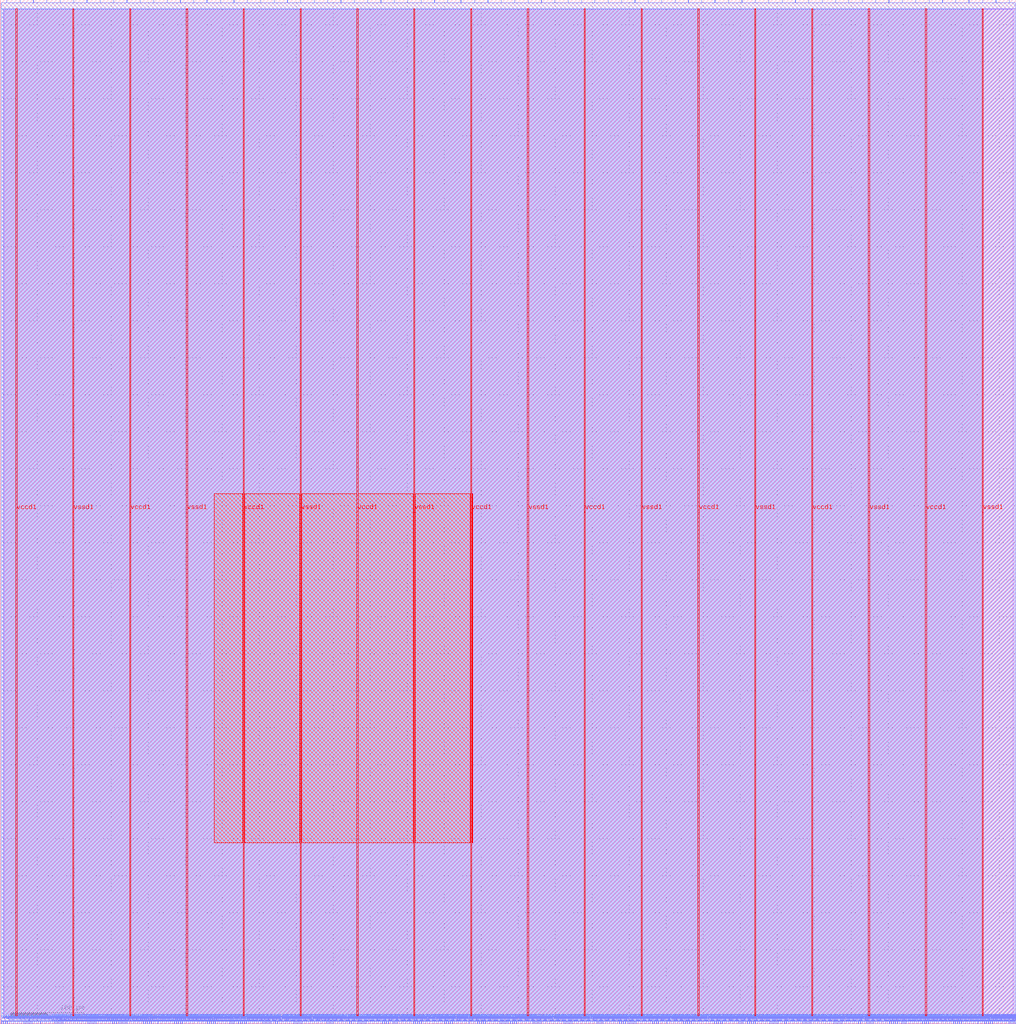
<source format=lef>
VERSION 5.7 ;
  NOWIREEXTENSIONATPIN ON ;
  DIVIDERCHAR "/" ;
  BUSBITCHARS "[]" ;
MACRO user_proj_example
  CLASS BLOCK ;
  FOREIGN user_proj_example ;
  ORIGIN 0.000 0.000 ;
  SIZE 1372.660 BY 1383.380 ;
  PIN io_in[0]
    DIRECTION INPUT ;
    USE SIGNAL ;
    PORT
      LAYER met2 ;
        RECT 8.830 1379.380 9.110 1383.380 ;
    END
  END io_in[0]
  PIN io_in[10]
    DIRECTION INPUT ;
    USE SIGNAL ;
    PORT
      LAYER met2 ;
        RECT 369.930 1379.380 370.210 1383.380 ;
    END
  END io_in[10]
  PIN io_in[11]
    DIRECTION INPUT ;
    USE SIGNAL ;
    PORT
      LAYER met2 ;
        RECT 405.810 1379.380 406.090 1383.380 ;
    END
  END io_in[11]
  PIN io_in[12]
    DIRECTION INPUT ;
    USE SIGNAL ;
    PORT
      LAYER met2 ;
        RECT 442.150 1379.380 442.430 1383.380 ;
    END
  END io_in[12]
  PIN io_in[13]
    DIRECTION INPUT ;
    USE SIGNAL ;
    PORT
      LAYER met2 ;
        RECT 478.030 1379.380 478.310 1383.380 ;
    END
  END io_in[13]
  PIN io_in[14]
    DIRECTION INPUT ;
    USE SIGNAL ;
    PORT
      LAYER met2 ;
        RECT 514.370 1379.380 514.650 1383.380 ;
    END
  END io_in[14]
  PIN io_in[15]
    DIRECTION INPUT ;
    USE SIGNAL ;
    PORT
      LAYER met2 ;
        RECT 550.250 1379.380 550.530 1383.380 ;
    END
  END io_in[15]
  PIN io_in[16]
    DIRECTION INPUT ;
    USE SIGNAL ;
    PORT
      LAYER met2 ;
        RECT 586.590 1379.380 586.870 1383.380 ;
    END
  END io_in[16]
  PIN io_in[17]
    DIRECTION INPUT ;
    USE SIGNAL ;
    PORT
      LAYER met2 ;
        RECT 622.470 1379.380 622.750 1383.380 ;
    END
  END io_in[17]
  PIN io_in[18]
    DIRECTION INPUT ;
    USE SIGNAL ;
    PORT
      LAYER met2 ;
        RECT 658.810 1379.380 659.090 1383.380 ;
    END
  END io_in[18]
  PIN io_in[19]
    DIRECTION INPUT ;
    USE SIGNAL ;
    PORT
      LAYER met2 ;
        RECT 695.150 1379.380 695.430 1383.380 ;
    END
  END io_in[19]
  PIN io_in[1]
    DIRECTION INPUT ;
    USE SIGNAL ;
    PORT
      LAYER met2 ;
        RECT 44.710 1379.380 44.990 1383.380 ;
    END
  END io_in[1]
  PIN io_in[20]
    DIRECTION INPUT ;
    USE SIGNAL ;
    PORT
      LAYER met2 ;
        RECT 731.030 1379.380 731.310 1383.380 ;
    END
  END io_in[20]
  PIN io_in[21]
    DIRECTION INPUT ;
    USE SIGNAL ;
    PORT
      LAYER met2 ;
        RECT 767.370 1379.380 767.650 1383.380 ;
    END
  END io_in[21]
  PIN io_in[22]
    DIRECTION INPUT ;
    USE SIGNAL ;
    PORT
      LAYER met2 ;
        RECT 803.250 1379.380 803.530 1383.380 ;
    END
  END io_in[22]
  PIN io_in[23]
    DIRECTION INPUT ;
    USE SIGNAL ;
    PORT
      LAYER met2 ;
        RECT 839.590 1379.380 839.870 1383.380 ;
    END
  END io_in[23]
  PIN io_in[24]
    DIRECTION INPUT ;
    USE SIGNAL ;
    PORT
      LAYER met2 ;
        RECT 875.470 1379.380 875.750 1383.380 ;
    END
  END io_in[24]
  PIN io_in[25]
    DIRECTION INPUT ;
    USE SIGNAL ;
    PORT
      LAYER met2 ;
        RECT 911.810 1379.380 912.090 1383.380 ;
    END
  END io_in[25]
  PIN io_in[26]
    DIRECTION INPUT ;
    USE SIGNAL ;
    PORT
      LAYER met2 ;
        RECT 947.690 1379.380 947.970 1383.380 ;
    END
  END io_in[26]
  PIN io_in[27]
    DIRECTION INPUT ;
    USE SIGNAL ;
    PORT
      LAYER met2 ;
        RECT 984.030 1379.380 984.310 1383.380 ;
    END
  END io_in[27]
  PIN io_in[28]
    DIRECTION INPUT ;
    USE SIGNAL ;
    PORT
      LAYER met2 ;
        RECT 1019.910 1379.380 1020.190 1383.380 ;
    END
  END io_in[28]
  PIN io_in[29]
    DIRECTION INPUT ;
    USE SIGNAL ;
    PORT
      LAYER met2 ;
        RECT 1056.250 1379.380 1056.530 1383.380 ;
    END
  END io_in[29]
  PIN io_in[2]
    DIRECTION INPUT ;
    USE SIGNAL ;
    PORT
      LAYER met2 ;
        RECT 81.050 1379.380 81.330 1383.380 ;
    END
  END io_in[2]
  PIN io_in[30]
    DIRECTION INPUT ;
    USE SIGNAL ;
    PORT
      LAYER met2 ;
        RECT 1092.130 1379.380 1092.410 1383.380 ;
    END
  END io_in[30]
  PIN io_in[31]
    DIRECTION INPUT ;
    USE SIGNAL ;
    PORT
      LAYER met2 ;
        RECT 1128.470 1379.380 1128.750 1383.380 ;
    END
  END io_in[31]
  PIN io_in[32]
    DIRECTION INPUT ;
    USE SIGNAL ;
    PORT
      LAYER met2 ;
        RECT 1164.350 1379.380 1164.630 1383.380 ;
    END
  END io_in[32]
  PIN io_in[33]
    DIRECTION INPUT ;
    USE SIGNAL ;
    PORT
      LAYER met2 ;
        RECT 1200.690 1379.380 1200.970 1383.380 ;
    END
  END io_in[33]
  PIN io_in[34]
    DIRECTION INPUT ;
    USE SIGNAL ;
    PORT
      LAYER met2 ;
        RECT 1236.570 1379.380 1236.850 1383.380 ;
    END
  END io_in[34]
  PIN io_in[35]
    DIRECTION INPUT ;
    USE SIGNAL ;
    PORT
      LAYER met2 ;
        RECT 1272.910 1379.380 1273.190 1383.380 ;
    END
  END io_in[35]
  PIN io_in[36]
    DIRECTION INPUT ;
    USE SIGNAL ;
    PORT
      LAYER met2 ;
        RECT 1308.790 1379.380 1309.070 1383.380 ;
    END
  END io_in[36]
  PIN io_in[37]
    DIRECTION INPUT ;
    USE SIGNAL ;
    PORT
      LAYER met2 ;
        RECT 1345.130 1379.380 1345.410 1383.380 ;
    END
  END io_in[37]
  PIN io_in[3]
    DIRECTION INPUT ;
    USE SIGNAL ;
    PORT
      LAYER met2 ;
        RECT 116.930 1379.380 117.210 1383.380 ;
    END
  END io_in[3]
  PIN io_in[4]
    DIRECTION INPUT ;
    USE SIGNAL ;
    PORT
      LAYER met2 ;
        RECT 153.270 1379.380 153.550 1383.380 ;
    END
  END io_in[4]
  PIN io_in[5]
    DIRECTION INPUT ;
    USE SIGNAL ;
    PORT
      LAYER met2 ;
        RECT 189.150 1379.380 189.430 1383.380 ;
    END
  END io_in[5]
  PIN io_in[6]
    DIRECTION INPUT ;
    USE SIGNAL ;
    PORT
      LAYER met2 ;
        RECT 225.490 1379.380 225.770 1383.380 ;
    END
  END io_in[6]
  PIN io_in[7]
    DIRECTION INPUT ;
    USE SIGNAL ;
    PORT
      LAYER met2 ;
        RECT 261.370 1379.380 261.650 1383.380 ;
    END
  END io_in[7]
  PIN io_in[8]
    DIRECTION INPUT ;
    USE SIGNAL ;
    PORT
      LAYER met2 ;
        RECT 297.710 1379.380 297.990 1383.380 ;
    END
  END io_in[8]
  PIN io_in[9]
    DIRECTION INPUT ;
    USE SIGNAL ;
    PORT
      LAYER met2 ;
        RECT 333.590 1379.380 333.870 1383.380 ;
    END
  END io_in[9]
  PIN io_oeb[0]
    DIRECTION OUTPUT TRISTATE ;
    USE SIGNAL ;
    PORT
      LAYER met2 ;
        RECT 26.770 1379.380 27.050 1383.380 ;
    END
  END io_oeb[0]
  PIN io_oeb[10]
    DIRECTION OUTPUT TRISTATE ;
    USE SIGNAL ;
    PORT
      LAYER met2 ;
        RECT 387.870 1379.380 388.150 1383.380 ;
    END
  END io_oeb[10]
  PIN io_oeb[11]
    DIRECTION OUTPUT TRISTATE ;
    USE SIGNAL ;
    PORT
      LAYER met2 ;
        RECT 424.210 1379.380 424.490 1383.380 ;
    END
  END io_oeb[11]
  PIN io_oeb[12]
    DIRECTION OUTPUT TRISTATE ;
    USE SIGNAL ;
    PORT
      LAYER met2 ;
        RECT 460.090 1379.380 460.370 1383.380 ;
    END
  END io_oeb[12]
  PIN io_oeb[13]
    DIRECTION OUTPUT TRISTATE ;
    USE SIGNAL ;
    PORT
      LAYER met2 ;
        RECT 496.430 1379.380 496.710 1383.380 ;
    END
  END io_oeb[13]
  PIN io_oeb[14]
    DIRECTION OUTPUT TRISTATE ;
    USE SIGNAL ;
    PORT
      LAYER met2 ;
        RECT 532.310 1379.380 532.590 1383.380 ;
    END
  END io_oeb[14]
  PIN io_oeb[15]
    DIRECTION OUTPUT TRISTATE ;
    USE SIGNAL ;
    PORT
      LAYER met2 ;
        RECT 568.650 1379.380 568.930 1383.380 ;
    END
  END io_oeb[15]
  PIN io_oeb[16]
    DIRECTION OUTPUT TRISTATE ;
    USE SIGNAL ;
    PORT
      LAYER met2 ;
        RECT 604.530 1379.380 604.810 1383.380 ;
    END
  END io_oeb[16]
  PIN io_oeb[17]
    DIRECTION OUTPUT TRISTATE ;
    USE SIGNAL ;
    PORT
      LAYER met2 ;
        RECT 640.870 1379.380 641.150 1383.380 ;
    END
  END io_oeb[17]
  PIN io_oeb[18]
    DIRECTION OUTPUT TRISTATE ;
    USE SIGNAL ;
    PORT
      LAYER met2 ;
        RECT 676.750 1379.380 677.030 1383.380 ;
    END
  END io_oeb[18]
  PIN io_oeb[19]
    DIRECTION OUTPUT TRISTATE ;
    USE SIGNAL ;
    PORT
      LAYER met2 ;
        RECT 713.090 1379.380 713.370 1383.380 ;
    END
  END io_oeb[19]
  PIN io_oeb[1]
    DIRECTION OUTPUT TRISTATE ;
    USE SIGNAL ;
    PORT
      LAYER met2 ;
        RECT 62.650 1379.380 62.930 1383.380 ;
    END
  END io_oeb[1]
  PIN io_oeb[20]
    DIRECTION OUTPUT TRISTATE ;
    USE SIGNAL ;
    PORT
      LAYER met2 ;
        RECT 748.970 1379.380 749.250 1383.380 ;
    END
  END io_oeb[20]
  PIN io_oeb[21]
    DIRECTION OUTPUT TRISTATE ;
    USE SIGNAL ;
    PORT
      LAYER met2 ;
        RECT 785.310 1379.380 785.590 1383.380 ;
    END
  END io_oeb[21]
  PIN io_oeb[22]
    DIRECTION OUTPUT TRISTATE ;
    USE SIGNAL ;
    PORT
      LAYER met2 ;
        RECT 821.190 1379.380 821.470 1383.380 ;
    END
  END io_oeb[22]
  PIN io_oeb[23]
    DIRECTION OUTPUT TRISTATE ;
    USE SIGNAL ;
    PORT
      LAYER met2 ;
        RECT 857.530 1379.380 857.810 1383.380 ;
    END
  END io_oeb[23]
  PIN io_oeb[24]
    DIRECTION OUTPUT TRISTATE ;
    USE SIGNAL ;
    PORT
      LAYER met2 ;
        RECT 893.410 1379.380 893.690 1383.380 ;
    END
  END io_oeb[24]
  PIN io_oeb[25]
    DIRECTION OUTPUT TRISTATE ;
    USE SIGNAL ;
    PORT
      LAYER met2 ;
        RECT 929.750 1379.380 930.030 1383.380 ;
    END
  END io_oeb[25]
  PIN io_oeb[26]
    DIRECTION OUTPUT TRISTATE ;
    USE SIGNAL ;
    PORT
      LAYER met2 ;
        RECT 965.630 1379.380 965.910 1383.380 ;
    END
  END io_oeb[26]
  PIN io_oeb[27]
    DIRECTION OUTPUT TRISTATE ;
    USE SIGNAL ;
    PORT
      LAYER met2 ;
        RECT 1001.970 1379.380 1002.250 1383.380 ;
    END
  END io_oeb[27]
  PIN io_oeb[28]
    DIRECTION OUTPUT TRISTATE ;
    USE SIGNAL ;
    PORT
      LAYER met2 ;
        RECT 1038.310 1379.380 1038.590 1383.380 ;
    END
  END io_oeb[28]
  PIN io_oeb[29]
    DIRECTION OUTPUT TRISTATE ;
    USE SIGNAL ;
    PORT
      LAYER met2 ;
        RECT 1074.190 1379.380 1074.470 1383.380 ;
    END
  END io_oeb[29]
  PIN io_oeb[2]
    DIRECTION OUTPUT TRISTATE ;
    USE SIGNAL ;
    PORT
      LAYER met2 ;
        RECT 98.990 1379.380 99.270 1383.380 ;
    END
  END io_oeb[2]
  PIN io_oeb[30]
    DIRECTION OUTPUT TRISTATE ;
    USE SIGNAL ;
    PORT
      LAYER met2 ;
        RECT 1110.530 1379.380 1110.810 1383.380 ;
    END
  END io_oeb[30]
  PIN io_oeb[31]
    DIRECTION OUTPUT TRISTATE ;
    USE SIGNAL ;
    PORT
      LAYER met2 ;
        RECT 1146.410 1379.380 1146.690 1383.380 ;
    END
  END io_oeb[31]
  PIN io_oeb[32]
    DIRECTION OUTPUT TRISTATE ;
    USE SIGNAL ;
    PORT
      LAYER met2 ;
        RECT 1182.750 1379.380 1183.030 1383.380 ;
    END
  END io_oeb[32]
  PIN io_oeb[33]
    DIRECTION OUTPUT TRISTATE ;
    USE SIGNAL ;
    PORT
      LAYER met2 ;
        RECT 1218.630 1379.380 1218.910 1383.380 ;
    END
  END io_oeb[33]
  PIN io_oeb[34]
    DIRECTION OUTPUT TRISTATE ;
    USE SIGNAL ;
    PORT
      LAYER met2 ;
        RECT 1254.970 1379.380 1255.250 1383.380 ;
    END
  END io_oeb[34]
  PIN io_oeb[35]
    DIRECTION OUTPUT TRISTATE ;
    USE SIGNAL ;
    PORT
      LAYER met2 ;
        RECT 1290.850 1379.380 1291.130 1383.380 ;
    END
  END io_oeb[35]
  PIN io_oeb[36]
    DIRECTION OUTPUT TRISTATE ;
    USE SIGNAL ;
    PORT
      LAYER met2 ;
        RECT 1327.190 1379.380 1327.470 1383.380 ;
    END
  END io_oeb[36]
  PIN io_oeb[37]
    DIRECTION OUTPUT TRISTATE ;
    USE SIGNAL ;
    PORT
      LAYER met2 ;
        RECT 1363.070 1379.380 1363.350 1383.380 ;
    END
  END io_oeb[37]
  PIN io_oeb[3]
    DIRECTION OUTPUT TRISTATE ;
    USE SIGNAL ;
    PORT
      LAYER met2 ;
        RECT 134.870 1379.380 135.150 1383.380 ;
    END
  END io_oeb[3]
  PIN io_oeb[4]
    DIRECTION OUTPUT TRISTATE ;
    USE SIGNAL ;
    PORT
      LAYER met2 ;
        RECT 171.210 1379.380 171.490 1383.380 ;
    END
  END io_oeb[4]
  PIN io_oeb[5]
    DIRECTION OUTPUT TRISTATE ;
    USE SIGNAL ;
    PORT
      LAYER met2 ;
        RECT 207.090 1379.380 207.370 1383.380 ;
    END
  END io_oeb[5]
  PIN io_oeb[6]
    DIRECTION OUTPUT TRISTATE ;
    USE SIGNAL ;
    PORT
      LAYER met2 ;
        RECT 243.430 1379.380 243.710 1383.380 ;
    END
  END io_oeb[6]
  PIN io_oeb[7]
    DIRECTION OUTPUT TRISTATE ;
    USE SIGNAL ;
    PORT
      LAYER met2 ;
        RECT 279.310 1379.380 279.590 1383.380 ;
    END
  END io_oeb[7]
  PIN io_oeb[8]
    DIRECTION OUTPUT TRISTATE ;
    USE SIGNAL ;
    PORT
      LAYER met2 ;
        RECT 315.650 1379.380 315.930 1383.380 ;
    END
  END io_oeb[8]
  PIN io_oeb[9]
    DIRECTION OUTPUT TRISTATE ;
    USE SIGNAL ;
    PORT
      LAYER met2 ;
        RECT 351.990 1379.380 352.270 1383.380 ;
    END
  END io_oeb[9]
  PIN irq[0]
    DIRECTION OUTPUT TRISTATE ;
    USE SIGNAL ;
    PORT
      LAYER met2 ;
        RECT 1365.370 0.000 1365.650 4.000 ;
    END
  END irq[0]
  PIN irq[1]
    DIRECTION OUTPUT TRISTATE ;
    USE SIGNAL ;
    PORT
      LAYER met2 ;
        RECT 1368.130 0.000 1368.410 4.000 ;
    END
  END irq[1]
  PIN irq[2]
    DIRECTION OUTPUT TRISTATE ;
    USE SIGNAL ;
    PORT
      LAYER met2 ;
        RECT 1370.890 0.000 1371.170 4.000 ;
    END
  END irq[2]
  PIN la_data_in[0]
    DIRECTION INPUT ;
    USE SIGNAL ;
    PORT
      LAYER met2 ;
        RECT 296.330 0.000 296.610 4.000 ;
    END
  END la_data_in[0]
  PIN la_data_in[100]
    DIRECTION INPUT ;
    USE SIGNAL ;
    PORT
      LAYER met2 ;
        RECT 1131.690 0.000 1131.970 4.000 ;
    END
  END la_data_in[100]
  PIN la_data_in[101]
    DIRECTION INPUT ;
    USE SIGNAL ;
    PORT
      LAYER met2 ;
        RECT 1139.970 0.000 1140.250 4.000 ;
    END
  END la_data_in[101]
  PIN la_data_in[102]
    DIRECTION INPUT ;
    USE SIGNAL ;
    PORT
      LAYER met2 ;
        RECT 1148.250 0.000 1148.530 4.000 ;
    END
  END la_data_in[102]
  PIN la_data_in[103]
    DIRECTION INPUT ;
    USE SIGNAL ;
    PORT
      LAYER met2 ;
        RECT 1156.530 0.000 1156.810 4.000 ;
    END
  END la_data_in[103]
  PIN la_data_in[104]
    DIRECTION INPUT ;
    USE SIGNAL ;
    PORT
      LAYER met2 ;
        RECT 1165.270 0.000 1165.550 4.000 ;
    END
  END la_data_in[104]
  PIN la_data_in[105]
    DIRECTION INPUT ;
    USE SIGNAL ;
    PORT
      LAYER met2 ;
        RECT 1173.550 0.000 1173.830 4.000 ;
    END
  END la_data_in[105]
  PIN la_data_in[106]
    DIRECTION INPUT ;
    USE SIGNAL ;
    PORT
      LAYER met2 ;
        RECT 1181.830 0.000 1182.110 4.000 ;
    END
  END la_data_in[106]
  PIN la_data_in[107]
    DIRECTION INPUT ;
    USE SIGNAL ;
    PORT
      LAYER met2 ;
        RECT 1190.110 0.000 1190.390 4.000 ;
    END
  END la_data_in[107]
  PIN la_data_in[108]
    DIRECTION INPUT ;
    USE SIGNAL ;
    PORT
      LAYER met2 ;
        RECT 1198.390 0.000 1198.670 4.000 ;
    END
  END la_data_in[108]
  PIN la_data_in[109]
    DIRECTION INPUT ;
    USE SIGNAL ;
    PORT
      LAYER met2 ;
        RECT 1206.670 0.000 1206.950 4.000 ;
    END
  END la_data_in[109]
  PIN la_data_in[10]
    DIRECTION INPUT ;
    USE SIGNAL ;
    PORT
      LAYER met2 ;
        RECT 380.050 0.000 380.330 4.000 ;
    END
  END la_data_in[10]
  PIN la_data_in[110]
    DIRECTION INPUT ;
    USE SIGNAL ;
    PORT
      LAYER met2 ;
        RECT 1214.950 0.000 1215.230 4.000 ;
    END
  END la_data_in[110]
  PIN la_data_in[111]
    DIRECTION INPUT ;
    USE SIGNAL ;
    PORT
      LAYER met2 ;
        RECT 1223.690 0.000 1223.970 4.000 ;
    END
  END la_data_in[111]
  PIN la_data_in[112]
    DIRECTION INPUT ;
    USE SIGNAL ;
    PORT
      LAYER met2 ;
        RECT 1231.970 0.000 1232.250 4.000 ;
    END
  END la_data_in[112]
  PIN la_data_in[113]
    DIRECTION INPUT ;
    USE SIGNAL ;
    PORT
      LAYER met2 ;
        RECT 1240.250 0.000 1240.530 4.000 ;
    END
  END la_data_in[113]
  PIN la_data_in[114]
    DIRECTION INPUT ;
    USE SIGNAL ;
    PORT
      LAYER met2 ;
        RECT 1248.530 0.000 1248.810 4.000 ;
    END
  END la_data_in[114]
  PIN la_data_in[115]
    DIRECTION INPUT ;
    USE SIGNAL ;
    PORT
      LAYER met2 ;
        RECT 1256.810 0.000 1257.090 4.000 ;
    END
  END la_data_in[115]
  PIN la_data_in[116]
    DIRECTION INPUT ;
    USE SIGNAL ;
    PORT
      LAYER met2 ;
        RECT 1265.090 0.000 1265.370 4.000 ;
    END
  END la_data_in[116]
  PIN la_data_in[117]
    DIRECTION INPUT ;
    USE SIGNAL ;
    PORT
      LAYER met2 ;
        RECT 1273.830 0.000 1274.110 4.000 ;
    END
  END la_data_in[117]
  PIN la_data_in[118]
    DIRECTION INPUT ;
    USE SIGNAL ;
    PORT
      LAYER met2 ;
        RECT 1282.110 0.000 1282.390 4.000 ;
    END
  END la_data_in[118]
  PIN la_data_in[119]
    DIRECTION INPUT ;
    USE SIGNAL ;
    PORT
      LAYER met2 ;
        RECT 1290.390 0.000 1290.670 4.000 ;
    END
  END la_data_in[119]
  PIN la_data_in[11]
    DIRECTION INPUT ;
    USE SIGNAL ;
    PORT
      LAYER met2 ;
        RECT 388.330 0.000 388.610 4.000 ;
    END
  END la_data_in[11]
  PIN la_data_in[120]
    DIRECTION INPUT ;
    USE SIGNAL ;
    PORT
      LAYER met2 ;
        RECT 1298.670 0.000 1298.950 4.000 ;
    END
  END la_data_in[120]
  PIN la_data_in[121]
    DIRECTION INPUT ;
    USE SIGNAL ;
    PORT
      LAYER met2 ;
        RECT 1306.950 0.000 1307.230 4.000 ;
    END
  END la_data_in[121]
  PIN la_data_in[122]
    DIRECTION INPUT ;
    USE SIGNAL ;
    PORT
      LAYER met2 ;
        RECT 1315.230 0.000 1315.510 4.000 ;
    END
  END la_data_in[122]
  PIN la_data_in[123]
    DIRECTION INPUT ;
    USE SIGNAL ;
    PORT
      LAYER met2 ;
        RECT 1323.970 0.000 1324.250 4.000 ;
    END
  END la_data_in[123]
  PIN la_data_in[124]
    DIRECTION INPUT ;
    USE SIGNAL ;
    PORT
      LAYER met2 ;
        RECT 1332.250 0.000 1332.530 4.000 ;
    END
  END la_data_in[124]
  PIN la_data_in[125]
    DIRECTION INPUT ;
    USE SIGNAL ;
    PORT
      LAYER met2 ;
        RECT 1340.530 0.000 1340.810 4.000 ;
    END
  END la_data_in[125]
  PIN la_data_in[126]
    DIRECTION INPUT ;
    USE SIGNAL ;
    PORT
      LAYER met2 ;
        RECT 1348.810 0.000 1349.090 4.000 ;
    END
  END la_data_in[126]
  PIN la_data_in[127]
    DIRECTION INPUT ;
    USE SIGNAL ;
    PORT
      LAYER met2 ;
        RECT 1357.090 0.000 1357.370 4.000 ;
    END
  END la_data_in[127]
  PIN la_data_in[12]
    DIRECTION INPUT ;
    USE SIGNAL ;
    PORT
      LAYER met2 ;
        RECT 396.610 0.000 396.890 4.000 ;
    END
  END la_data_in[12]
  PIN la_data_in[13]
    DIRECTION INPUT ;
    USE SIGNAL ;
    PORT
      LAYER met2 ;
        RECT 404.890 0.000 405.170 4.000 ;
    END
  END la_data_in[13]
  PIN la_data_in[14]
    DIRECTION INPUT ;
    USE SIGNAL ;
    PORT
      LAYER met2 ;
        RECT 413.170 0.000 413.450 4.000 ;
    END
  END la_data_in[14]
  PIN la_data_in[15]
    DIRECTION INPUT ;
    USE SIGNAL ;
    PORT
      LAYER met2 ;
        RECT 421.450 0.000 421.730 4.000 ;
    END
  END la_data_in[15]
  PIN la_data_in[16]
    DIRECTION INPUT ;
    USE SIGNAL ;
    PORT
      LAYER met2 ;
        RECT 430.190 0.000 430.470 4.000 ;
    END
  END la_data_in[16]
  PIN la_data_in[17]
    DIRECTION INPUT ;
    USE SIGNAL ;
    PORT
      LAYER met2 ;
        RECT 438.470 0.000 438.750 4.000 ;
    END
  END la_data_in[17]
  PIN la_data_in[18]
    DIRECTION INPUT ;
    USE SIGNAL ;
    PORT
      LAYER met2 ;
        RECT 446.750 0.000 447.030 4.000 ;
    END
  END la_data_in[18]
  PIN la_data_in[19]
    DIRECTION INPUT ;
    USE SIGNAL ;
    PORT
      LAYER met2 ;
        RECT 455.030 0.000 455.310 4.000 ;
    END
  END la_data_in[19]
  PIN la_data_in[1]
    DIRECTION INPUT ;
    USE SIGNAL ;
    PORT
      LAYER met2 ;
        RECT 304.610 0.000 304.890 4.000 ;
    END
  END la_data_in[1]
  PIN la_data_in[20]
    DIRECTION INPUT ;
    USE SIGNAL ;
    PORT
      LAYER met2 ;
        RECT 463.310 0.000 463.590 4.000 ;
    END
  END la_data_in[20]
  PIN la_data_in[21]
    DIRECTION INPUT ;
    USE SIGNAL ;
    PORT
      LAYER met2 ;
        RECT 471.590 0.000 471.870 4.000 ;
    END
  END la_data_in[21]
  PIN la_data_in[22]
    DIRECTION INPUT ;
    USE SIGNAL ;
    PORT
      LAYER met2 ;
        RECT 480.330 0.000 480.610 4.000 ;
    END
  END la_data_in[22]
  PIN la_data_in[23]
    DIRECTION INPUT ;
    USE SIGNAL ;
    PORT
      LAYER met2 ;
        RECT 488.610 0.000 488.890 4.000 ;
    END
  END la_data_in[23]
  PIN la_data_in[24]
    DIRECTION INPUT ;
    USE SIGNAL ;
    PORT
      LAYER met2 ;
        RECT 496.890 0.000 497.170 4.000 ;
    END
  END la_data_in[24]
  PIN la_data_in[25]
    DIRECTION INPUT ;
    USE SIGNAL ;
    PORT
      LAYER met2 ;
        RECT 505.170 0.000 505.450 4.000 ;
    END
  END la_data_in[25]
  PIN la_data_in[26]
    DIRECTION INPUT ;
    USE SIGNAL ;
    PORT
      LAYER met2 ;
        RECT 513.450 0.000 513.730 4.000 ;
    END
  END la_data_in[26]
  PIN la_data_in[27]
    DIRECTION INPUT ;
    USE SIGNAL ;
    PORT
      LAYER met2 ;
        RECT 521.730 0.000 522.010 4.000 ;
    END
  END la_data_in[27]
  PIN la_data_in[28]
    DIRECTION INPUT ;
    USE SIGNAL ;
    PORT
      LAYER met2 ;
        RECT 530.470 0.000 530.750 4.000 ;
    END
  END la_data_in[28]
  PIN la_data_in[29]
    DIRECTION INPUT ;
    USE SIGNAL ;
    PORT
      LAYER met2 ;
        RECT 538.750 0.000 539.030 4.000 ;
    END
  END la_data_in[29]
  PIN la_data_in[2]
    DIRECTION INPUT ;
    USE SIGNAL ;
    PORT
      LAYER met2 ;
        RECT 312.890 0.000 313.170 4.000 ;
    END
  END la_data_in[2]
  PIN la_data_in[30]
    DIRECTION INPUT ;
    USE SIGNAL ;
    PORT
      LAYER met2 ;
        RECT 547.030 0.000 547.310 4.000 ;
    END
  END la_data_in[30]
  PIN la_data_in[31]
    DIRECTION INPUT ;
    USE SIGNAL ;
    PORT
      LAYER met2 ;
        RECT 555.310 0.000 555.590 4.000 ;
    END
  END la_data_in[31]
  PIN la_data_in[32]
    DIRECTION INPUT ;
    USE SIGNAL ;
    PORT
      LAYER met2 ;
        RECT 563.590 0.000 563.870 4.000 ;
    END
  END la_data_in[32]
  PIN la_data_in[33]
    DIRECTION INPUT ;
    USE SIGNAL ;
    PORT
      LAYER met2 ;
        RECT 571.870 0.000 572.150 4.000 ;
    END
  END la_data_in[33]
  PIN la_data_in[34]
    DIRECTION INPUT ;
    USE SIGNAL ;
    PORT
      LAYER met2 ;
        RECT 580.150 0.000 580.430 4.000 ;
    END
  END la_data_in[34]
  PIN la_data_in[35]
    DIRECTION INPUT ;
    USE SIGNAL ;
    PORT
      LAYER met2 ;
        RECT 588.890 0.000 589.170 4.000 ;
    END
  END la_data_in[35]
  PIN la_data_in[36]
    DIRECTION INPUT ;
    USE SIGNAL ;
    PORT
      LAYER met2 ;
        RECT 597.170 0.000 597.450 4.000 ;
    END
  END la_data_in[36]
  PIN la_data_in[37]
    DIRECTION INPUT ;
    USE SIGNAL ;
    PORT
      LAYER met2 ;
        RECT 605.450 0.000 605.730 4.000 ;
    END
  END la_data_in[37]
  PIN la_data_in[38]
    DIRECTION INPUT ;
    USE SIGNAL ;
    PORT
      LAYER met2 ;
        RECT 613.730 0.000 614.010 4.000 ;
    END
  END la_data_in[38]
  PIN la_data_in[39]
    DIRECTION INPUT ;
    USE SIGNAL ;
    PORT
      LAYER met2 ;
        RECT 622.010 0.000 622.290 4.000 ;
    END
  END la_data_in[39]
  PIN la_data_in[3]
    DIRECTION INPUT ;
    USE SIGNAL ;
    PORT
      LAYER met2 ;
        RECT 321.630 0.000 321.910 4.000 ;
    END
  END la_data_in[3]
  PIN la_data_in[40]
    DIRECTION INPUT ;
    USE SIGNAL ;
    PORT
      LAYER met2 ;
        RECT 630.290 0.000 630.570 4.000 ;
    END
  END la_data_in[40]
  PIN la_data_in[41]
    DIRECTION INPUT ;
    USE SIGNAL ;
    PORT
      LAYER met2 ;
        RECT 639.030 0.000 639.310 4.000 ;
    END
  END la_data_in[41]
  PIN la_data_in[42]
    DIRECTION INPUT ;
    USE SIGNAL ;
    PORT
      LAYER met2 ;
        RECT 647.310 0.000 647.590 4.000 ;
    END
  END la_data_in[42]
  PIN la_data_in[43]
    DIRECTION INPUT ;
    USE SIGNAL ;
    PORT
      LAYER met2 ;
        RECT 655.590 0.000 655.870 4.000 ;
    END
  END la_data_in[43]
  PIN la_data_in[44]
    DIRECTION INPUT ;
    USE SIGNAL ;
    PORT
      LAYER met2 ;
        RECT 663.870 0.000 664.150 4.000 ;
    END
  END la_data_in[44]
  PIN la_data_in[45]
    DIRECTION INPUT ;
    USE SIGNAL ;
    PORT
      LAYER met2 ;
        RECT 672.150 0.000 672.430 4.000 ;
    END
  END la_data_in[45]
  PIN la_data_in[46]
    DIRECTION INPUT ;
    USE SIGNAL ;
    PORT
      LAYER met2 ;
        RECT 680.430 0.000 680.710 4.000 ;
    END
  END la_data_in[46]
  PIN la_data_in[47]
    DIRECTION INPUT ;
    USE SIGNAL ;
    PORT
      LAYER met2 ;
        RECT 689.170 0.000 689.450 4.000 ;
    END
  END la_data_in[47]
  PIN la_data_in[48]
    DIRECTION INPUT ;
    USE SIGNAL ;
    PORT
      LAYER met2 ;
        RECT 697.450 0.000 697.730 4.000 ;
    END
  END la_data_in[48]
  PIN la_data_in[49]
    DIRECTION INPUT ;
    USE SIGNAL ;
    PORT
      LAYER met2 ;
        RECT 705.730 0.000 706.010 4.000 ;
    END
  END la_data_in[49]
  PIN la_data_in[4]
    DIRECTION INPUT ;
    USE SIGNAL ;
    PORT
      LAYER met2 ;
        RECT 329.910 0.000 330.190 4.000 ;
    END
  END la_data_in[4]
  PIN la_data_in[50]
    DIRECTION INPUT ;
    USE SIGNAL ;
    PORT
      LAYER met2 ;
        RECT 714.010 0.000 714.290 4.000 ;
    END
  END la_data_in[50]
  PIN la_data_in[51]
    DIRECTION INPUT ;
    USE SIGNAL ;
    PORT
      LAYER met2 ;
        RECT 722.290 0.000 722.570 4.000 ;
    END
  END la_data_in[51]
  PIN la_data_in[52]
    DIRECTION INPUT ;
    USE SIGNAL ;
    PORT
      LAYER met2 ;
        RECT 730.570 0.000 730.850 4.000 ;
    END
  END la_data_in[52]
  PIN la_data_in[53]
    DIRECTION INPUT ;
    USE SIGNAL ;
    PORT
      LAYER met2 ;
        RECT 738.850 0.000 739.130 4.000 ;
    END
  END la_data_in[53]
  PIN la_data_in[54]
    DIRECTION INPUT ;
    USE SIGNAL ;
    PORT
      LAYER met2 ;
        RECT 747.590 0.000 747.870 4.000 ;
    END
  END la_data_in[54]
  PIN la_data_in[55]
    DIRECTION INPUT ;
    USE SIGNAL ;
    PORT
      LAYER met2 ;
        RECT 755.870 0.000 756.150 4.000 ;
    END
  END la_data_in[55]
  PIN la_data_in[56]
    DIRECTION INPUT ;
    USE SIGNAL ;
    PORT
      LAYER met2 ;
        RECT 764.150 0.000 764.430 4.000 ;
    END
  END la_data_in[56]
  PIN la_data_in[57]
    DIRECTION INPUT ;
    USE SIGNAL ;
    PORT
      LAYER met2 ;
        RECT 772.430 0.000 772.710 4.000 ;
    END
  END la_data_in[57]
  PIN la_data_in[58]
    DIRECTION INPUT ;
    USE SIGNAL ;
    PORT
      LAYER met2 ;
        RECT 780.710 0.000 780.990 4.000 ;
    END
  END la_data_in[58]
  PIN la_data_in[59]
    DIRECTION INPUT ;
    USE SIGNAL ;
    PORT
      LAYER met2 ;
        RECT 788.990 0.000 789.270 4.000 ;
    END
  END la_data_in[59]
  PIN la_data_in[5]
    DIRECTION INPUT ;
    USE SIGNAL ;
    PORT
      LAYER met2 ;
        RECT 338.190 0.000 338.470 4.000 ;
    END
  END la_data_in[5]
  PIN la_data_in[60]
    DIRECTION INPUT ;
    USE SIGNAL ;
    PORT
      LAYER met2 ;
        RECT 797.730 0.000 798.010 4.000 ;
    END
  END la_data_in[60]
  PIN la_data_in[61]
    DIRECTION INPUT ;
    USE SIGNAL ;
    PORT
      LAYER met2 ;
        RECT 806.010 0.000 806.290 4.000 ;
    END
  END la_data_in[61]
  PIN la_data_in[62]
    DIRECTION INPUT ;
    USE SIGNAL ;
    PORT
      LAYER met2 ;
        RECT 814.290 0.000 814.570 4.000 ;
    END
  END la_data_in[62]
  PIN la_data_in[63]
    DIRECTION INPUT ;
    USE SIGNAL ;
    PORT
      LAYER met2 ;
        RECT 822.570 0.000 822.850 4.000 ;
    END
  END la_data_in[63]
  PIN la_data_in[64]
    DIRECTION INPUT ;
    USE SIGNAL ;
    PORT
      LAYER met2 ;
        RECT 830.850 0.000 831.130 4.000 ;
    END
  END la_data_in[64]
  PIN la_data_in[65]
    DIRECTION INPUT ;
    USE SIGNAL ;
    PORT
      LAYER met2 ;
        RECT 839.130 0.000 839.410 4.000 ;
    END
  END la_data_in[65]
  PIN la_data_in[66]
    DIRECTION INPUT ;
    USE SIGNAL ;
    PORT
      LAYER met2 ;
        RECT 847.870 0.000 848.150 4.000 ;
    END
  END la_data_in[66]
  PIN la_data_in[67]
    DIRECTION INPUT ;
    USE SIGNAL ;
    PORT
      LAYER met2 ;
        RECT 856.150 0.000 856.430 4.000 ;
    END
  END la_data_in[67]
  PIN la_data_in[68]
    DIRECTION INPUT ;
    USE SIGNAL ;
    PORT
      LAYER met2 ;
        RECT 864.430 0.000 864.710 4.000 ;
    END
  END la_data_in[68]
  PIN la_data_in[69]
    DIRECTION INPUT ;
    USE SIGNAL ;
    PORT
      LAYER met2 ;
        RECT 872.710 0.000 872.990 4.000 ;
    END
  END la_data_in[69]
  PIN la_data_in[6]
    DIRECTION INPUT ;
    USE SIGNAL ;
    PORT
      LAYER met2 ;
        RECT 346.470 0.000 346.750 4.000 ;
    END
  END la_data_in[6]
  PIN la_data_in[70]
    DIRECTION INPUT ;
    USE SIGNAL ;
    PORT
      LAYER met2 ;
        RECT 880.990 0.000 881.270 4.000 ;
    END
  END la_data_in[70]
  PIN la_data_in[71]
    DIRECTION INPUT ;
    USE SIGNAL ;
    PORT
      LAYER met2 ;
        RECT 889.270 0.000 889.550 4.000 ;
    END
  END la_data_in[71]
  PIN la_data_in[72]
    DIRECTION INPUT ;
    USE SIGNAL ;
    PORT
      LAYER met2 ;
        RECT 897.550 0.000 897.830 4.000 ;
    END
  END la_data_in[72]
  PIN la_data_in[73]
    DIRECTION INPUT ;
    USE SIGNAL ;
    PORT
      LAYER met2 ;
        RECT 906.290 0.000 906.570 4.000 ;
    END
  END la_data_in[73]
  PIN la_data_in[74]
    DIRECTION INPUT ;
    USE SIGNAL ;
    PORT
      LAYER met2 ;
        RECT 914.570 0.000 914.850 4.000 ;
    END
  END la_data_in[74]
  PIN la_data_in[75]
    DIRECTION INPUT ;
    USE SIGNAL ;
    PORT
      LAYER met2 ;
        RECT 922.850 0.000 923.130 4.000 ;
    END
  END la_data_in[75]
  PIN la_data_in[76]
    DIRECTION INPUT ;
    USE SIGNAL ;
    PORT
      LAYER met2 ;
        RECT 931.130 0.000 931.410 4.000 ;
    END
  END la_data_in[76]
  PIN la_data_in[77]
    DIRECTION INPUT ;
    USE SIGNAL ;
    PORT
      LAYER met2 ;
        RECT 939.410 0.000 939.690 4.000 ;
    END
  END la_data_in[77]
  PIN la_data_in[78]
    DIRECTION INPUT ;
    USE SIGNAL ;
    PORT
      LAYER met2 ;
        RECT 947.690 0.000 947.970 4.000 ;
    END
  END la_data_in[78]
  PIN la_data_in[79]
    DIRECTION INPUT ;
    USE SIGNAL ;
    PORT
      LAYER met2 ;
        RECT 956.430 0.000 956.710 4.000 ;
    END
  END la_data_in[79]
  PIN la_data_in[7]
    DIRECTION INPUT ;
    USE SIGNAL ;
    PORT
      LAYER met2 ;
        RECT 354.750 0.000 355.030 4.000 ;
    END
  END la_data_in[7]
  PIN la_data_in[80]
    DIRECTION INPUT ;
    USE SIGNAL ;
    PORT
      LAYER met2 ;
        RECT 964.710 0.000 964.990 4.000 ;
    END
  END la_data_in[80]
  PIN la_data_in[81]
    DIRECTION INPUT ;
    USE SIGNAL ;
    PORT
      LAYER met2 ;
        RECT 972.990 0.000 973.270 4.000 ;
    END
  END la_data_in[81]
  PIN la_data_in[82]
    DIRECTION INPUT ;
    USE SIGNAL ;
    PORT
      LAYER met2 ;
        RECT 981.270 0.000 981.550 4.000 ;
    END
  END la_data_in[82]
  PIN la_data_in[83]
    DIRECTION INPUT ;
    USE SIGNAL ;
    PORT
      LAYER met2 ;
        RECT 989.550 0.000 989.830 4.000 ;
    END
  END la_data_in[83]
  PIN la_data_in[84]
    DIRECTION INPUT ;
    USE SIGNAL ;
    PORT
      LAYER met2 ;
        RECT 997.830 0.000 998.110 4.000 ;
    END
  END la_data_in[84]
  PIN la_data_in[85]
    DIRECTION INPUT ;
    USE SIGNAL ;
    PORT
      LAYER met2 ;
        RECT 1006.570 0.000 1006.850 4.000 ;
    END
  END la_data_in[85]
  PIN la_data_in[86]
    DIRECTION INPUT ;
    USE SIGNAL ;
    PORT
      LAYER met2 ;
        RECT 1014.850 0.000 1015.130 4.000 ;
    END
  END la_data_in[86]
  PIN la_data_in[87]
    DIRECTION INPUT ;
    USE SIGNAL ;
    PORT
      LAYER met2 ;
        RECT 1023.130 0.000 1023.410 4.000 ;
    END
  END la_data_in[87]
  PIN la_data_in[88]
    DIRECTION INPUT ;
    USE SIGNAL ;
    PORT
      LAYER met2 ;
        RECT 1031.410 0.000 1031.690 4.000 ;
    END
  END la_data_in[88]
  PIN la_data_in[89]
    DIRECTION INPUT ;
    USE SIGNAL ;
    PORT
      LAYER met2 ;
        RECT 1039.690 0.000 1039.970 4.000 ;
    END
  END la_data_in[89]
  PIN la_data_in[8]
    DIRECTION INPUT ;
    USE SIGNAL ;
    PORT
      LAYER met2 ;
        RECT 363.030 0.000 363.310 4.000 ;
    END
  END la_data_in[8]
  PIN la_data_in[90]
    DIRECTION INPUT ;
    USE SIGNAL ;
    PORT
      LAYER met2 ;
        RECT 1047.970 0.000 1048.250 4.000 ;
    END
  END la_data_in[90]
  PIN la_data_in[91]
    DIRECTION INPUT ;
    USE SIGNAL ;
    PORT
      LAYER met2 ;
        RECT 1056.250 0.000 1056.530 4.000 ;
    END
  END la_data_in[91]
  PIN la_data_in[92]
    DIRECTION INPUT ;
    USE SIGNAL ;
    PORT
      LAYER met2 ;
        RECT 1064.990 0.000 1065.270 4.000 ;
    END
  END la_data_in[92]
  PIN la_data_in[93]
    DIRECTION INPUT ;
    USE SIGNAL ;
    PORT
      LAYER met2 ;
        RECT 1073.270 0.000 1073.550 4.000 ;
    END
  END la_data_in[93]
  PIN la_data_in[94]
    DIRECTION INPUT ;
    USE SIGNAL ;
    PORT
      LAYER met2 ;
        RECT 1081.550 0.000 1081.830 4.000 ;
    END
  END la_data_in[94]
  PIN la_data_in[95]
    DIRECTION INPUT ;
    USE SIGNAL ;
    PORT
      LAYER met2 ;
        RECT 1089.830 0.000 1090.110 4.000 ;
    END
  END la_data_in[95]
  PIN la_data_in[96]
    DIRECTION INPUT ;
    USE SIGNAL ;
    PORT
      LAYER met2 ;
        RECT 1098.110 0.000 1098.390 4.000 ;
    END
  END la_data_in[96]
  PIN la_data_in[97]
    DIRECTION INPUT ;
    USE SIGNAL ;
    PORT
      LAYER met2 ;
        RECT 1106.390 0.000 1106.670 4.000 ;
    END
  END la_data_in[97]
  PIN la_data_in[98]
    DIRECTION INPUT ;
    USE SIGNAL ;
    PORT
      LAYER met2 ;
        RECT 1115.130 0.000 1115.410 4.000 ;
    END
  END la_data_in[98]
  PIN la_data_in[99]
    DIRECTION INPUT ;
    USE SIGNAL ;
    PORT
      LAYER met2 ;
        RECT 1123.410 0.000 1123.690 4.000 ;
    END
  END la_data_in[99]
  PIN la_data_in[9]
    DIRECTION INPUT ;
    USE SIGNAL ;
    PORT
      LAYER met2 ;
        RECT 371.770 0.000 372.050 4.000 ;
    END
  END la_data_in[9]
  PIN la_data_out[0]
    DIRECTION OUTPUT TRISTATE ;
    USE SIGNAL ;
    PORT
      LAYER met2 ;
        RECT 299.090 0.000 299.370 4.000 ;
    END
  END la_data_out[0]
  PIN la_data_out[100]
    DIRECTION OUTPUT TRISTATE ;
    USE SIGNAL ;
    PORT
      LAYER met2 ;
        RECT 1134.450 0.000 1134.730 4.000 ;
    END
  END la_data_out[100]
  PIN la_data_out[101]
    DIRECTION OUTPUT TRISTATE ;
    USE SIGNAL ;
    PORT
      LAYER met2 ;
        RECT 1142.730 0.000 1143.010 4.000 ;
    END
  END la_data_out[101]
  PIN la_data_out[102]
    DIRECTION OUTPUT TRISTATE ;
    USE SIGNAL ;
    PORT
      LAYER met2 ;
        RECT 1151.010 0.000 1151.290 4.000 ;
    END
  END la_data_out[102]
  PIN la_data_out[103]
    DIRECTION OUTPUT TRISTATE ;
    USE SIGNAL ;
    PORT
      LAYER met2 ;
        RECT 1159.290 0.000 1159.570 4.000 ;
    END
  END la_data_out[103]
  PIN la_data_out[104]
    DIRECTION OUTPUT TRISTATE ;
    USE SIGNAL ;
    PORT
      LAYER met2 ;
        RECT 1168.030 0.000 1168.310 4.000 ;
    END
  END la_data_out[104]
  PIN la_data_out[105]
    DIRECTION OUTPUT TRISTATE ;
    USE SIGNAL ;
    PORT
      LAYER met2 ;
        RECT 1176.310 0.000 1176.590 4.000 ;
    END
  END la_data_out[105]
  PIN la_data_out[106]
    DIRECTION OUTPUT TRISTATE ;
    USE SIGNAL ;
    PORT
      LAYER met2 ;
        RECT 1184.590 0.000 1184.870 4.000 ;
    END
  END la_data_out[106]
  PIN la_data_out[107]
    DIRECTION OUTPUT TRISTATE ;
    USE SIGNAL ;
    PORT
      LAYER met2 ;
        RECT 1192.870 0.000 1193.150 4.000 ;
    END
  END la_data_out[107]
  PIN la_data_out[108]
    DIRECTION OUTPUT TRISTATE ;
    USE SIGNAL ;
    PORT
      LAYER met2 ;
        RECT 1201.150 0.000 1201.430 4.000 ;
    END
  END la_data_out[108]
  PIN la_data_out[109]
    DIRECTION OUTPUT TRISTATE ;
    USE SIGNAL ;
    PORT
      LAYER met2 ;
        RECT 1209.430 0.000 1209.710 4.000 ;
    END
  END la_data_out[109]
  PIN la_data_out[10]
    DIRECTION OUTPUT TRISTATE ;
    USE SIGNAL ;
    PORT
      LAYER met2 ;
        RECT 382.810 0.000 383.090 4.000 ;
    END
  END la_data_out[10]
  PIN la_data_out[110]
    DIRECTION OUTPUT TRISTATE ;
    USE SIGNAL ;
    PORT
      LAYER met2 ;
        RECT 1218.170 0.000 1218.450 4.000 ;
    END
  END la_data_out[110]
  PIN la_data_out[111]
    DIRECTION OUTPUT TRISTATE ;
    USE SIGNAL ;
    PORT
      LAYER met2 ;
        RECT 1226.450 0.000 1226.730 4.000 ;
    END
  END la_data_out[111]
  PIN la_data_out[112]
    DIRECTION OUTPUT TRISTATE ;
    USE SIGNAL ;
    PORT
      LAYER met2 ;
        RECT 1234.730 0.000 1235.010 4.000 ;
    END
  END la_data_out[112]
  PIN la_data_out[113]
    DIRECTION OUTPUT TRISTATE ;
    USE SIGNAL ;
    PORT
      LAYER met2 ;
        RECT 1243.010 0.000 1243.290 4.000 ;
    END
  END la_data_out[113]
  PIN la_data_out[114]
    DIRECTION OUTPUT TRISTATE ;
    USE SIGNAL ;
    PORT
      LAYER met2 ;
        RECT 1251.290 0.000 1251.570 4.000 ;
    END
  END la_data_out[114]
  PIN la_data_out[115]
    DIRECTION OUTPUT TRISTATE ;
    USE SIGNAL ;
    PORT
      LAYER met2 ;
        RECT 1259.570 0.000 1259.850 4.000 ;
    END
  END la_data_out[115]
  PIN la_data_out[116]
    DIRECTION OUTPUT TRISTATE ;
    USE SIGNAL ;
    PORT
      LAYER met2 ;
        RECT 1267.850 0.000 1268.130 4.000 ;
    END
  END la_data_out[116]
  PIN la_data_out[117]
    DIRECTION OUTPUT TRISTATE ;
    USE SIGNAL ;
    PORT
      LAYER met2 ;
        RECT 1276.590 0.000 1276.870 4.000 ;
    END
  END la_data_out[117]
  PIN la_data_out[118]
    DIRECTION OUTPUT TRISTATE ;
    USE SIGNAL ;
    PORT
      LAYER met2 ;
        RECT 1284.870 0.000 1285.150 4.000 ;
    END
  END la_data_out[118]
  PIN la_data_out[119]
    DIRECTION OUTPUT TRISTATE ;
    USE SIGNAL ;
    PORT
      LAYER met2 ;
        RECT 1293.150 0.000 1293.430 4.000 ;
    END
  END la_data_out[119]
  PIN la_data_out[11]
    DIRECTION OUTPUT TRISTATE ;
    USE SIGNAL ;
    PORT
      LAYER met2 ;
        RECT 391.090 0.000 391.370 4.000 ;
    END
  END la_data_out[11]
  PIN la_data_out[120]
    DIRECTION OUTPUT TRISTATE ;
    USE SIGNAL ;
    PORT
      LAYER met2 ;
        RECT 1301.430 0.000 1301.710 4.000 ;
    END
  END la_data_out[120]
  PIN la_data_out[121]
    DIRECTION OUTPUT TRISTATE ;
    USE SIGNAL ;
    PORT
      LAYER met2 ;
        RECT 1309.710 0.000 1309.990 4.000 ;
    END
  END la_data_out[121]
  PIN la_data_out[122]
    DIRECTION OUTPUT TRISTATE ;
    USE SIGNAL ;
    PORT
      LAYER met2 ;
        RECT 1317.990 0.000 1318.270 4.000 ;
    END
  END la_data_out[122]
  PIN la_data_out[123]
    DIRECTION OUTPUT TRISTATE ;
    USE SIGNAL ;
    PORT
      LAYER met2 ;
        RECT 1326.730 0.000 1327.010 4.000 ;
    END
  END la_data_out[123]
  PIN la_data_out[124]
    DIRECTION OUTPUT TRISTATE ;
    USE SIGNAL ;
    PORT
      LAYER met2 ;
        RECT 1335.010 0.000 1335.290 4.000 ;
    END
  END la_data_out[124]
  PIN la_data_out[125]
    DIRECTION OUTPUT TRISTATE ;
    USE SIGNAL ;
    PORT
      LAYER met2 ;
        RECT 1343.290 0.000 1343.570 4.000 ;
    END
  END la_data_out[125]
  PIN la_data_out[126]
    DIRECTION OUTPUT TRISTATE ;
    USE SIGNAL ;
    PORT
      LAYER met2 ;
        RECT 1351.570 0.000 1351.850 4.000 ;
    END
  END la_data_out[126]
  PIN la_data_out[127]
    DIRECTION OUTPUT TRISTATE ;
    USE SIGNAL ;
    PORT
      LAYER met2 ;
        RECT 1359.850 0.000 1360.130 4.000 ;
    END
  END la_data_out[127]
  PIN la_data_out[12]
    DIRECTION OUTPUT TRISTATE ;
    USE SIGNAL ;
    PORT
      LAYER met2 ;
        RECT 399.370 0.000 399.650 4.000 ;
    END
  END la_data_out[12]
  PIN la_data_out[13]
    DIRECTION OUTPUT TRISTATE ;
    USE SIGNAL ;
    PORT
      LAYER met2 ;
        RECT 407.650 0.000 407.930 4.000 ;
    END
  END la_data_out[13]
  PIN la_data_out[14]
    DIRECTION OUTPUT TRISTATE ;
    USE SIGNAL ;
    PORT
      LAYER met2 ;
        RECT 415.930 0.000 416.210 4.000 ;
    END
  END la_data_out[14]
  PIN la_data_out[15]
    DIRECTION OUTPUT TRISTATE ;
    USE SIGNAL ;
    PORT
      LAYER met2 ;
        RECT 424.670 0.000 424.950 4.000 ;
    END
  END la_data_out[15]
  PIN la_data_out[16]
    DIRECTION OUTPUT TRISTATE ;
    USE SIGNAL ;
    PORT
      LAYER met2 ;
        RECT 432.950 0.000 433.230 4.000 ;
    END
  END la_data_out[16]
  PIN la_data_out[17]
    DIRECTION OUTPUT TRISTATE ;
    USE SIGNAL ;
    PORT
      LAYER met2 ;
        RECT 441.230 0.000 441.510 4.000 ;
    END
  END la_data_out[17]
  PIN la_data_out[18]
    DIRECTION OUTPUT TRISTATE ;
    USE SIGNAL ;
    PORT
      LAYER met2 ;
        RECT 449.510 0.000 449.790 4.000 ;
    END
  END la_data_out[18]
  PIN la_data_out[19]
    DIRECTION OUTPUT TRISTATE ;
    USE SIGNAL ;
    PORT
      LAYER met2 ;
        RECT 457.790 0.000 458.070 4.000 ;
    END
  END la_data_out[19]
  PIN la_data_out[1]
    DIRECTION OUTPUT TRISTATE ;
    USE SIGNAL ;
    PORT
      LAYER met2 ;
        RECT 307.370 0.000 307.650 4.000 ;
    END
  END la_data_out[1]
  PIN la_data_out[20]
    DIRECTION OUTPUT TRISTATE ;
    USE SIGNAL ;
    PORT
      LAYER met2 ;
        RECT 466.070 0.000 466.350 4.000 ;
    END
  END la_data_out[20]
  PIN la_data_out[21]
    DIRECTION OUTPUT TRISTATE ;
    USE SIGNAL ;
    PORT
      LAYER met2 ;
        RECT 474.350 0.000 474.630 4.000 ;
    END
  END la_data_out[21]
  PIN la_data_out[22]
    DIRECTION OUTPUT TRISTATE ;
    USE SIGNAL ;
    PORT
      LAYER met2 ;
        RECT 483.090 0.000 483.370 4.000 ;
    END
  END la_data_out[22]
  PIN la_data_out[23]
    DIRECTION OUTPUT TRISTATE ;
    USE SIGNAL ;
    PORT
      LAYER met2 ;
        RECT 491.370 0.000 491.650 4.000 ;
    END
  END la_data_out[23]
  PIN la_data_out[24]
    DIRECTION OUTPUT TRISTATE ;
    USE SIGNAL ;
    PORT
      LAYER met2 ;
        RECT 499.650 0.000 499.930 4.000 ;
    END
  END la_data_out[24]
  PIN la_data_out[25]
    DIRECTION OUTPUT TRISTATE ;
    USE SIGNAL ;
    PORT
      LAYER met2 ;
        RECT 507.930 0.000 508.210 4.000 ;
    END
  END la_data_out[25]
  PIN la_data_out[26]
    DIRECTION OUTPUT TRISTATE ;
    USE SIGNAL ;
    PORT
      LAYER met2 ;
        RECT 516.210 0.000 516.490 4.000 ;
    END
  END la_data_out[26]
  PIN la_data_out[27]
    DIRECTION OUTPUT TRISTATE ;
    USE SIGNAL ;
    PORT
      LAYER met2 ;
        RECT 524.490 0.000 524.770 4.000 ;
    END
  END la_data_out[27]
  PIN la_data_out[28]
    DIRECTION OUTPUT TRISTATE ;
    USE SIGNAL ;
    PORT
      LAYER met2 ;
        RECT 533.230 0.000 533.510 4.000 ;
    END
  END la_data_out[28]
  PIN la_data_out[29]
    DIRECTION OUTPUT TRISTATE ;
    USE SIGNAL ;
    PORT
      LAYER met2 ;
        RECT 541.510 0.000 541.790 4.000 ;
    END
  END la_data_out[29]
  PIN la_data_out[2]
    DIRECTION OUTPUT TRISTATE ;
    USE SIGNAL ;
    PORT
      LAYER met2 ;
        RECT 315.650 0.000 315.930 4.000 ;
    END
  END la_data_out[2]
  PIN la_data_out[30]
    DIRECTION OUTPUT TRISTATE ;
    USE SIGNAL ;
    PORT
      LAYER met2 ;
        RECT 549.790 0.000 550.070 4.000 ;
    END
  END la_data_out[30]
  PIN la_data_out[31]
    DIRECTION OUTPUT TRISTATE ;
    USE SIGNAL ;
    PORT
      LAYER met2 ;
        RECT 558.070 0.000 558.350 4.000 ;
    END
  END la_data_out[31]
  PIN la_data_out[32]
    DIRECTION OUTPUT TRISTATE ;
    USE SIGNAL ;
    PORT
      LAYER met2 ;
        RECT 566.350 0.000 566.630 4.000 ;
    END
  END la_data_out[32]
  PIN la_data_out[33]
    DIRECTION OUTPUT TRISTATE ;
    USE SIGNAL ;
    PORT
      LAYER met2 ;
        RECT 574.630 0.000 574.910 4.000 ;
    END
  END la_data_out[33]
  PIN la_data_out[34]
    DIRECTION OUTPUT TRISTATE ;
    USE SIGNAL ;
    PORT
      LAYER met2 ;
        RECT 583.370 0.000 583.650 4.000 ;
    END
  END la_data_out[34]
  PIN la_data_out[35]
    DIRECTION OUTPUT TRISTATE ;
    USE SIGNAL ;
    PORT
      LAYER met2 ;
        RECT 591.650 0.000 591.930 4.000 ;
    END
  END la_data_out[35]
  PIN la_data_out[36]
    DIRECTION OUTPUT TRISTATE ;
    USE SIGNAL ;
    PORT
      LAYER met2 ;
        RECT 599.930 0.000 600.210 4.000 ;
    END
  END la_data_out[36]
  PIN la_data_out[37]
    DIRECTION OUTPUT TRISTATE ;
    USE SIGNAL ;
    PORT
      LAYER met2 ;
        RECT 608.210 0.000 608.490 4.000 ;
    END
  END la_data_out[37]
  PIN la_data_out[38]
    DIRECTION OUTPUT TRISTATE ;
    USE SIGNAL ;
    PORT
      LAYER met2 ;
        RECT 616.490 0.000 616.770 4.000 ;
    END
  END la_data_out[38]
  PIN la_data_out[39]
    DIRECTION OUTPUT TRISTATE ;
    USE SIGNAL ;
    PORT
      LAYER met2 ;
        RECT 624.770 0.000 625.050 4.000 ;
    END
  END la_data_out[39]
  PIN la_data_out[3]
    DIRECTION OUTPUT TRISTATE ;
    USE SIGNAL ;
    PORT
      LAYER met2 ;
        RECT 324.390 0.000 324.670 4.000 ;
    END
  END la_data_out[3]
  PIN la_data_out[40]
    DIRECTION OUTPUT TRISTATE ;
    USE SIGNAL ;
    PORT
      LAYER met2 ;
        RECT 633.050 0.000 633.330 4.000 ;
    END
  END la_data_out[40]
  PIN la_data_out[41]
    DIRECTION OUTPUT TRISTATE ;
    USE SIGNAL ;
    PORT
      LAYER met2 ;
        RECT 641.790 0.000 642.070 4.000 ;
    END
  END la_data_out[41]
  PIN la_data_out[42]
    DIRECTION OUTPUT TRISTATE ;
    USE SIGNAL ;
    PORT
      LAYER met2 ;
        RECT 650.070 0.000 650.350 4.000 ;
    END
  END la_data_out[42]
  PIN la_data_out[43]
    DIRECTION OUTPUT TRISTATE ;
    USE SIGNAL ;
    PORT
      LAYER met2 ;
        RECT 658.350 0.000 658.630 4.000 ;
    END
  END la_data_out[43]
  PIN la_data_out[44]
    DIRECTION OUTPUT TRISTATE ;
    USE SIGNAL ;
    PORT
      LAYER met2 ;
        RECT 666.630 0.000 666.910 4.000 ;
    END
  END la_data_out[44]
  PIN la_data_out[45]
    DIRECTION OUTPUT TRISTATE ;
    USE SIGNAL ;
    PORT
      LAYER met2 ;
        RECT 674.910 0.000 675.190 4.000 ;
    END
  END la_data_out[45]
  PIN la_data_out[46]
    DIRECTION OUTPUT TRISTATE ;
    USE SIGNAL ;
    PORT
      LAYER met2 ;
        RECT 683.190 0.000 683.470 4.000 ;
    END
  END la_data_out[46]
  PIN la_data_out[47]
    DIRECTION OUTPUT TRISTATE ;
    USE SIGNAL ;
    PORT
      LAYER met2 ;
        RECT 691.930 0.000 692.210 4.000 ;
    END
  END la_data_out[47]
  PIN la_data_out[48]
    DIRECTION OUTPUT TRISTATE ;
    USE SIGNAL ;
    PORT
      LAYER met2 ;
        RECT 700.210 0.000 700.490 4.000 ;
    END
  END la_data_out[48]
  PIN la_data_out[49]
    DIRECTION OUTPUT TRISTATE ;
    USE SIGNAL ;
    PORT
      LAYER met2 ;
        RECT 708.490 0.000 708.770 4.000 ;
    END
  END la_data_out[49]
  PIN la_data_out[4]
    DIRECTION OUTPUT TRISTATE ;
    USE SIGNAL ;
    PORT
      LAYER met2 ;
        RECT 332.670 0.000 332.950 4.000 ;
    END
  END la_data_out[4]
  PIN la_data_out[50]
    DIRECTION OUTPUT TRISTATE ;
    USE SIGNAL ;
    PORT
      LAYER met2 ;
        RECT 716.770 0.000 717.050 4.000 ;
    END
  END la_data_out[50]
  PIN la_data_out[51]
    DIRECTION OUTPUT TRISTATE ;
    USE SIGNAL ;
    PORT
      LAYER met2 ;
        RECT 725.050 0.000 725.330 4.000 ;
    END
  END la_data_out[51]
  PIN la_data_out[52]
    DIRECTION OUTPUT TRISTATE ;
    USE SIGNAL ;
    PORT
      LAYER met2 ;
        RECT 733.330 0.000 733.610 4.000 ;
    END
  END la_data_out[52]
  PIN la_data_out[53]
    DIRECTION OUTPUT TRISTATE ;
    USE SIGNAL ;
    PORT
      LAYER met2 ;
        RECT 742.070 0.000 742.350 4.000 ;
    END
  END la_data_out[53]
  PIN la_data_out[54]
    DIRECTION OUTPUT TRISTATE ;
    USE SIGNAL ;
    PORT
      LAYER met2 ;
        RECT 750.350 0.000 750.630 4.000 ;
    END
  END la_data_out[54]
  PIN la_data_out[55]
    DIRECTION OUTPUT TRISTATE ;
    USE SIGNAL ;
    PORT
      LAYER met2 ;
        RECT 758.630 0.000 758.910 4.000 ;
    END
  END la_data_out[55]
  PIN la_data_out[56]
    DIRECTION OUTPUT TRISTATE ;
    USE SIGNAL ;
    PORT
      LAYER met2 ;
        RECT 766.910 0.000 767.190 4.000 ;
    END
  END la_data_out[56]
  PIN la_data_out[57]
    DIRECTION OUTPUT TRISTATE ;
    USE SIGNAL ;
    PORT
      LAYER met2 ;
        RECT 775.190 0.000 775.470 4.000 ;
    END
  END la_data_out[57]
  PIN la_data_out[58]
    DIRECTION OUTPUT TRISTATE ;
    USE SIGNAL ;
    PORT
      LAYER met2 ;
        RECT 783.470 0.000 783.750 4.000 ;
    END
  END la_data_out[58]
  PIN la_data_out[59]
    DIRECTION OUTPUT TRISTATE ;
    USE SIGNAL ;
    PORT
      LAYER met2 ;
        RECT 791.750 0.000 792.030 4.000 ;
    END
  END la_data_out[59]
  PIN la_data_out[5]
    DIRECTION OUTPUT TRISTATE ;
    USE SIGNAL ;
    PORT
      LAYER met2 ;
        RECT 340.950 0.000 341.230 4.000 ;
    END
  END la_data_out[5]
  PIN la_data_out[60]
    DIRECTION OUTPUT TRISTATE ;
    USE SIGNAL ;
    PORT
      LAYER met2 ;
        RECT 800.490 0.000 800.770 4.000 ;
    END
  END la_data_out[60]
  PIN la_data_out[61]
    DIRECTION OUTPUT TRISTATE ;
    USE SIGNAL ;
    PORT
      LAYER met2 ;
        RECT 808.770 0.000 809.050 4.000 ;
    END
  END la_data_out[61]
  PIN la_data_out[62]
    DIRECTION OUTPUT TRISTATE ;
    USE SIGNAL ;
    PORT
      LAYER met2 ;
        RECT 817.050 0.000 817.330 4.000 ;
    END
  END la_data_out[62]
  PIN la_data_out[63]
    DIRECTION OUTPUT TRISTATE ;
    USE SIGNAL ;
    PORT
      LAYER met2 ;
        RECT 825.330 0.000 825.610 4.000 ;
    END
  END la_data_out[63]
  PIN la_data_out[64]
    DIRECTION OUTPUT TRISTATE ;
    USE SIGNAL ;
    PORT
      LAYER met2 ;
        RECT 833.610 0.000 833.890 4.000 ;
    END
  END la_data_out[64]
  PIN la_data_out[65]
    DIRECTION OUTPUT TRISTATE ;
    USE SIGNAL ;
    PORT
      LAYER met2 ;
        RECT 841.890 0.000 842.170 4.000 ;
    END
  END la_data_out[65]
  PIN la_data_out[66]
    DIRECTION OUTPUT TRISTATE ;
    USE SIGNAL ;
    PORT
      LAYER met2 ;
        RECT 850.630 0.000 850.910 4.000 ;
    END
  END la_data_out[66]
  PIN la_data_out[67]
    DIRECTION OUTPUT TRISTATE ;
    USE SIGNAL ;
    PORT
      LAYER met2 ;
        RECT 858.910 0.000 859.190 4.000 ;
    END
  END la_data_out[67]
  PIN la_data_out[68]
    DIRECTION OUTPUT TRISTATE ;
    USE SIGNAL ;
    PORT
      LAYER met2 ;
        RECT 867.190 0.000 867.470 4.000 ;
    END
  END la_data_out[68]
  PIN la_data_out[69]
    DIRECTION OUTPUT TRISTATE ;
    USE SIGNAL ;
    PORT
      LAYER met2 ;
        RECT 875.470 0.000 875.750 4.000 ;
    END
  END la_data_out[69]
  PIN la_data_out[6]
    DIRECTION OUTPUT TRISTATE ;
    USE SIGNAL ;
    PORT
      LAYER met2 ;
        RECT 349.230 0.000 349.510 4.000 ;
    END
  END la_data_out[6]
  PIN la_data_out[70]
    DIRECTION OUTPUT TRISTATE ;
    USE SIGNAL ;
    PORT
      LAYER met2 ;
        RECT 883.750 0.000 884.030 4.000 ;
    END
  END la_data_out[70]
  PIN la_data_out[71]
    DIRECTION OUTPUT TRISTATE ;
    USE SIGNAL ;
    PORT
      LAYER met2 ;
        RECT 892.030 0.000 892.310 4.000 ;
    END
  END la_data_out[71]
  PIN la_data_out[72]
    DIRECTION OUTPUT TRISTATE ;
    USE SIGNAL ;
    PORT
      LAYER met2 ;
        RECT 900.770 0.000 901.050 4.000 ;
    END
  END la_data_out[72]
  PIN la_data_out[73]
    DIRECTION OUTPUT TRISTATE ;
    USE SIGNAL ;
    PORT
      LAYER met2 ;
        RECT 909.050 0.000 909.330 4.000 ;
    END
  END la_data_out[73]
  PIN la_data_out[74]
    DIRECTION OUTPUT TRISTATE ;
    USE SIGNAL ;
    PORT
      LAYER met2 ;
        RECT 917.330 0.000 917.610 4.000 ;
    END
  END la_data_out[74]
  PIN la_data_out[75]
    DIRECTION OUTPUT TRISTATE ;
    USE SIGNAL ;
    PORT
      LAYER met2 ;
        RECT 925.610 0.000 925.890 4.000 ;
    END
  END la_data_out[75]
  PIN la_data_out[76]
    DIRECTION OUTPUT TRISTATE ;
    USE SIGNAL ;
    PORT
      LAYER met2 ;
        RECT 933.890 0.000 934.170 4.000 ;
    END
  END la_data_out[76]
  PIN la_data_out[77]
    DIRECTION OUTPUT TRISTATE ;
    USE SIGNAL ;
    PORT
      LAYER met2 ;
        RECT 942.170 0.000 942.450 4.000 ;
    END
  END la_data_out[77]
  PIN la_data_out[78]
    DIRECTION OUTPUT TRISTATE ;
    USE SIGNAL ;
    PORT
      LAYER met2 ;
        RECT 950.450 0.000 950.730 4.000 ;
    END
  END la_data_out[78]
  PIN la_data_out[79]
    DIRECTION OUTPUT TRISTATE ;
    USE SIGNAL ;
    PORT
      LAYER met2 ;
        RECT 959.190 0.000 959.470 4.000 ;
    END
  END la_data_out[79]
  PIN la_data_out[7]
    DIRECTION OUTPUT TRISTATE ;
    USE SIGNAL ;
    PORT
      LAYER met2 ;
        RECT 357.510 0.000 357.790 4.000 ;
    END
  END la_data_out[7]
  PIN la_data_out[80]
    DIRECTION OUTPUT TRISTATE ;
    USE SIGNAL ;
    PORT
      LAYER met2 ;
        RECT 967.470 0.000 967.750 4.000 ;
    END
  END la_data_out[80]
  PIN la_data_out[81]
    DIRECTION OUTPUT TRISTATE ;
    USE SIGNAL ;
    PORT
      LAYER met2 ;
        RECT 975.750 0.000 976.030 4.000 ;
    END
  END la_data_out[81]
  PIN la_data_out[82]
    DIRECTION OUTPUT TRISTATE ;
    USE SIGNAL ;
    PORT
      LAYER met2 ;
        RECT 984.030 0.000 984.310 4.000 ;
    END
  END la_data_out[82]
  PIN la_data_out[83]
    DIRECTION OUTPUT TRISTATE ;
    USE SIGNAL ;
    PORT
      LAYER met2 ;
        RECT 992.310 0.000 992.590 4.000 ;
    END
  END la_data_out[83]
  PIN la_data_out[84]
    DIRECTION OUTPUT TRISTATE ;
    USE SIGNAL ;
    PORT
      LAYER met2 ;
        RECT 1000.590 0.000 1000.870 4.000 ;
    END
  END la_data_out[84]
  PIN la_data_out[85]
    DIRECTION OUTPUT TRISTATE ;
    USE SIGNAL ;
    PORT
      LAYER met2 ;
        RECT 1009.330 0.000 1009.610 4.000 ;
    END
  END la_data_out[85]
  PIN la_data_out[86]
    DIRECTION OUTPUT TRISTATE ;
    USE SIGNAL ;
    PORT
      LAYER met2 ;
        RECT 1017.610 0.000 1017.890 4.000 ;
    END
  END la_data_out[86]
  PIN la_data_out[87]
    DIRECTION OUTPUT TRISTATE ;
    USE SIGNAL ;
    PORT
      LAYER met2 ;
        RECT 1025.890 0.000 1026.170 4.000 ;
    END
  END la_data_out[87]
  PIN la_data_out[88]
    DIRECTION OUTPUT TRISTATE ;
    USE SIGNAL ;
    PORT
      LAYER met2 ;
        RECT 1034.170 0.000 1034.450 4.000 ;
    END
  END la_data_out[88]
  PIN la_data_out[89]
    DIRECTION OUTPUT TRISTATE ;
    USE SIGNAL ;
    PORT
      LAYER met2 ;
        RECT 1042.450 0.000 1042.730 4.000 ;
    END
  END la_data_out[89]
  PIN la_data_out[8]
    DIRECTION OUTPUT TRISTATE ;
    USE SIGNAL ;
    PORT
      LAYER met2 ;
        RECT 365.790 0.000 366.070 4.000 ;
    END
  END la_data_out[8]
  PIN la_data_out[90]
    DIRECTION OUTPUT TRISTATE ;
    USE SIGNAL ;
    PORT
      LAYER met2 ;
        RECT 1050.730 0.000 1051.010 4.000 ;
    END
  END la_data_out[90]
  PIN la_data_out[91]
    DIRECTION OUTPUT TRISTATE ;
    USE SIGNAL ;
    PORT
      LAYER met2 ;
        RECT 1059.470 0.000 1059.750 4.000 ;
    END
  END la_data_out[91]
  PIN la_data_out[92]
    DIRECTION OUTPUT TRISTATE ;
    USE SIGNAL ;
    PORT
      LAYER met2 ;
        RECT 1067.750 0.000 1068.030 4.000 ;
    END
  END la_data_out[92]
  PIN la_data_out[93]
    DIRECTION OUTPUT TRISTATE ;
    USE SIGNAL ;
    PORT
      LAYER met2 ;
        RECT 1076.030 0.000 1076.310 4.000 ;
    END
  END la_data_out[93]
  PIN la_data_out[94]
    DIRECTION OUTPUT TRISTATE ;
    USE SIGNAL ;
    PORT
      LAYER met2 ;
        RECT 1084.310 0.000 1084.590 4.000 ;
    END
  END la_data_out[94]
  PIN la_data_out[95]
    DIRECTION OUTPUT TRISTATE ;
    USE SIGNAL ;
    PORT
      LAYER met2 ;
        RECT 1092.590 0.000 1092.870 4.000 ;
    END
  END la_data_out[95]
  PIN la_data_out[96]
    DIRECTION OUTPUT TRISTATE ;
    USE SIGNAL ;
    PORT
      LAYER met2 ;
        RECT 1100.870 0.000 1101.150 4.000 ;
    END
  END la_data_out[96]
  PIN la_data_out[97]
    DIRECTION OUTPUT TRISTATE ;
    USE SIGNAL ;
    PORT
      LAYER met2 ;
        RECT 1109.150 0.000 1109.430 4.000 ;
    END
  END la_data_out[97]
  PIN la_data_out[98]
    DIRECTION OUTPUT TRISTATE ;
    USE SIGNAL ;
    PORT
      LAYER met2 ;
        RECT 1117.890 0.000 1118.170 4.000 ;
    END
  END la_data_out[98]
  PIN la_data_out[99]
    DIRECTION OUTPUT TRISTATE ;
    USE SIGNAL ;
    PORT
      LAYER met2 ;
        RECT 1126.170 0.000 1126.450 4.000 ;
    END
  END la_data_out[99]
  PIN la_data_out[9]
    DIRECTION OUTPUT TRISTATE ;
    USE SIGNAL ;
    PORT
      LAYER met2 ;
        RECT 374.530 0.000 374.810 4.000 ;
    END
  END la_data_out[9]
  PIN la_oenb[0]
    DIRECTION INPUT ;
    USE SIGNAL ;
    PORT
      LAYER met2 ;
        RECT 301.850 0.000 302.130 4.000 ;
    END
  END la_oenb[0]
  PIN la_oenb[100]
    DIRECTION INPUT ;
    USE SIGNAL ;
    PORT
      LAYER met2 ;
        RECT 1137.210 0.000 1137.490 4.000 ;
    END
  END la_oenb[100]
  PIN la_oenb[101]
    DIRECTION INPUT ;
    USE SIGNAL ;
    PORT
      LAYER met2 ;
        RECT 1145.490 0.000 1145.770 4.000 ;
    END
  END la_oenb[101]
  PIN la_oenb[102]
    DIRECTION INPUT ;
    USE SIGNAL ;
    PORT
      LAYER met2 ;
        RECT 1153.770 0.000 1154.050 4.000 ;
    END
  END la_oenb[102]
  PIN la_oenb[103]
    DIRECTION INPUT ;
    USE SIGNAL ;
    PORT
      LAYER met2 ;
        RECT 1162.050 0.000 1162.330 4.000 ;
    END
  END la_oenb[103]
  PIN la_oenb[104]
    DIRECTION INPUT ;
    USE SIGNAL ;
    PORT
      LAYER met2 ;
        RECT 1170.790 0.000 1171.070 4.000 ;
    END
  END la_oenb[104]
  PIN la_oenb[105]
    DIRECTION INPUT ;
    USE SIGNAL ;
    PORT
      LAYER met2 ;
        RECT 1179.070 0.000 1179.350 4.000 ;
    END
  END la_oenb[105]
  PIN la_oenb[106]
    DIRECTION INPUT ;
    USE SIGNAL ;
    PORT
      LAYER met2 ;
        RECT 1187.350 0.000 1187.630 4.000 ;
    END
  END la_oenb[106]
  PIN la_oenb[107]
    DIRECTION INPUT ;
    USE SIGNAL ;
    PORT
      LAYER met2 ;
        RECT 1195.630 0.000 1195.910 4.000 ;
    END
  END la_oenb[107]
  PIN la_oenb[108]
    DIRECTION INPUT ;
    USE SIGNAL ;
    PORT
      LAYER met2 ;
        RECT 1203.910 0.000 1204.190 4.000 ;
    END
  END la_oenb[108]
  PIN la_oenb[109]
    DIRECTION INPUT ;
    USE SIGNAL ;
    PORT
      LAYER met2 ;
        RECT 1212.190 0.000 1212.470 4.000 ;
    END
  END la_oenb[109]
  PIN la_oenb[10]
    DIRECTION INPUT ;
    USE SIGNAL ;
    PORT
      LAYER met2 ;
        RECT 385.570 0.000 385.850 4.000 ;
    END
  END la_oenb[10]
  PIN la_oenb[110]
    DIRECTION INPUT ;
    USE SIGNAL ;
    PORT
      LAYER met2 ;
        RECT 1220.930 0.000 1221.210 4.000 ;
    END
  END la_oenb[110]
  PIN la_oenb[111]
    DIRECTION INPUT ;
    USE SIGNAL ;
    PORT
      LAYER met2 ;
        RECT 1229.210 0.000 1229.490 4.000 ;
    END
  END la_oenb[111]
  PIN la_oenb[112]
    DIRECTION INPUT ;
    USE SIGNAL ;
    PORT
      LAYER met2 ;
        RECT 1237.490 0.000 1237.770 4.000 ;
    END
  END la_oenb[112]
  PIN la_oenb[113]
    DIRECTION INPUT ;
    USE SIGNAL ;
    PORT
      LAYER met2 ;
        RECT 1245.770 0.000 1246.050 4.000 ;
    END
  END la_oenb[113]
  PIN la_oenb[114]
    DIRECTION INPUT ;
    USE SIGNAL ;
    PORT
      LAYER met2 ;
        RECT 1254.050 0.000 1254.330 4.000 ;
    END
  END la_oenb[114]
  PIN la_oenb[115]
    DIRECTION INPUT ;
    USE SIGNAL ;
    PORT
      LAYER met2 ;
        RECT 1262.330 0.000 1262.610 4.000 ;
    END
  END la_oenb[115]
  PIN la_oenb[116]
    DIRECTION INPUT ;
    USE SIGNAL ;
    PORT
      LAYER met2 ;
        RECT 1271.070 0.000 1271.350 4.000 ;
    END
  END la_oenb[116]
  PIN la_oenb[117]
    DIRECTION INPUT ;
    USE SIGNAL ;
    PORT
      LAYER met2 ;
        RECT 1279.350 0.000 1279.630 4.000 ;
    END
  END la_oenb[117]
  PIN la_oenb[118]
    DIRECTION INPUT ;
    USE SIGNAL ;
    PORT
      LAYER met2 ;
        RECT 1287.630 0.000 1287.910 4.000 ;
    END
  END la_oenb[118]
  PIN la_oenb[119]
    DIRECTION INPUT ;
    USE SIGNAL ;
    PORT
      LAYER met2 ;
        RECT 1295.910 0.000 1296.190 4.000 ;
    END
  END la_oenb[119]
  PIN la_oenb[11]
    DIRECTION INPUT ;
    USE SIGNAL ;
    PORT
      LAYER met2 ;
        RECT 393.850 0.000 394.130 4.000 ;
    END
  END la_oenb[11]
  PIN la_oenb[120]
    DIRECTION INPUT ;
    USE SIGNAL ;
    PORT
      LAYER met2 ;
        RECT 1304.190 0.000 1304.470 4.000 ;
    END
  END la_oenb[120]
  PIN la_oenb[121]
    DIRECTION INPUT ;
    USE SIGNAL ;
    PORT
      LAYER met2 ;
        RECT 1312.470 0.000 1312.750 4.000 ;
    END
  END la_oenb[121]
  PIN la_oenb[122]
    DIRECTION INPUT ;
    USE SIGNAL ;
    PORT
      LAYER met2 ;
        RECT 1320.750 0.000 1321.030 4.000 ;
    END
  END la_oenb[122]
  PIN la_oenb[123]
    DIRECTION INPUT ;
    USE SIGNAL ;
    PORT
      LAYER met2 ;
        RECT 1329.490 0.000 1329.770 4.000 ;
    END
  END la_oenb[123]
  PIN la_oenb[124]
    DIRECTION INPUT ;
    USE SIGNAL ;
    PORT
      LAYER met2 ;
        RECT 1337.770 0.000 1338.050 4.000 ;
    END
  END la_oenb[124]
  PIN la_oenb[125]
    DIRECTION INPUT ;
    USE SIGNAL ;
    PORT
      LAYER met2 ;
        RECT 1346.050 0.000 1346.330 4.000 ;
    END
  END la_oenb[125]
  PIN la_oenb[126]
    DIRECTION INPUT ;
    USE SIGNAL ;
    PORT
      LAYER met2 ;
        RECT 1354.330 0.000 1354.610 4.000 ;
    END
  END la_oenb[126]
  PIN la_oenb[127]
    DIRECTION INPUT ;
    USE SIGNAL ;
    PORT
      LAYER met2 ;
        RECT 1362.610 0.000 1362.890 4.000 ;
    END
  END la_oenb[127]
  PIN la_oenb[12]
    DIRECTION INPUT ;
    USE SIGNAL ;
    PORT
      LAYER met2 ;
        RECT 402.130 0.000 402.410 4.000 ;
    END
  END la_oenb[12]
  PIN la_oenb[13]
    DIRECTION INPUT ;
    USE SIGNAL ;
    PORT
      LAYER met2 ;
        RECT 410.410 0.000 410.690 4.000 ;
    END
  END la_oenb[13]
  PIN la_oenb[14]
    DIRECTION INPUT ;
    USE SIGNAL ;
    PORT
      LAYER met2 ;
        RECT 418.690 0.000 418.970 4.000 ;
    END
  END la_oenb[14]
  PIN la_oenb[15]
    DIRECTION INPUT ;
    USE SIGNAL ;
    PORT
      LAYER met2 ;
        RECT 427.430 0.000 427.710 4.000 ;
    END
  END la_oenb[15]
  PIN la_oenb[16]
    DIRECTION INPUT ;
    USE SIGNAL ;
    PORT
      LAYER met2 ;
        RECT 435.710 0.000 435.990 4.000 ;
    END
  END la_oenb[16]
  PIN la_oenb[17]
    DIRECTION INPUT ;
    USE SIGNAL ;
    PORT
      LAYER met2 ;
        RECT 443.990 0.000 444.270 4.000 ;
    END
  END la_oenb[17]
  PIN la_oenb[18]
    DIRECTION INPUT ;
    USE SIGNAL ;
    PORT
      LAYER met2 ;
        RECT 452.270 0.000 452.550 4.000 ;
    END
  END la_oenb[18]
  PIN la_oenb[19]
    DIRECTION INPUT ;
    USE SIGNAL ;
    PORT
      LAYER met2 ;
        RECT 460.550 0.000 460.830 4.000 ;
    END
  END la_oenb[19]
  PIN la_oenb[1]
    DIRECTION INPUT ;
    USE SIGNAL ;
    PORT
      LAYER met2 ;
        RECT 310.130 0.000 310.410 4.000 ;
    END
  END la_oenb[1]
  PIN la_oenb[20]
    DIRECTION INPUT ;
    USE SIGNAL ;
    PORT
      LAYER met2 ;
        RECT 468.830 0.000 469.110 4.000 ;
    END
  END la_oenb[20]
  PIN la_oenb[21]
    DIRECTION INPUT ;
    USE SIGNAL ;
    PORT
      LAYER met2 ;
        RECT 477.570 0.000 477.850 4.000 ;
    END
  END la_oenb[21]
  PIN la_oenb[22]
    DIRECTION INPUT ;
    USE SIGNAL ;
    PORT
      LAYER met2 ;
        RECT 485.850 0.000 486.130 4.000 ;
    END
  END la_oenb[22]
  PIN la_oenb[23]
    DIRECTION INPUT ;
    USE SIGNAL ;
    PORT
      LAYER met2 ;
        RECT 494.130 0.000 494.410 4.000 ;
    END
  END la_oenb[23]
  PIN la_oenb[24]
    DIRECTION INPUT ;
    USE SIGNAL ;
    PORT
      LAYER met2 ;
        RECT 502.410 0.000 502.690 4.000 ;
    END
  END la_oenb[24]
  PIN la_oenb[25]
    DIRECTION INPUT ;
    USE SIGNAL ;
    PORT
      LAYER met2 ;
        RECT 510.690 0.000 510.970 4.000 ;
    END
  END la_oenb[25]
  PIN la_oenb[26]
    DIRECTION INPUT ;
    USE SIGNAL ;
    PORT
      LAYER met2 ;
        RECT 518.970 0.000 519.250 4.000 ;
    END
  END la_oenb[26]
  PIN la_oenb[27]
    DIRECTION INPUT ;
    USE SIGNAL ;
    PORT
      LAYER met2 ;
        RECT 527.250 0.000 527.530 4.000 ;
    END
  END la_oenb[27]
  PIN la_oenb[28]
    DIRECTION INPUT ;
    USE SIGNAL ;
    PORT
      LAYER met2 ;
        RECT 535.990 0.000 536.270 4.000 ;
    END
  END la_oenb[28]
  PIN la_oenb[29]
    DIRECTION INPUT ;
    USE SIGNAL ;
    PORT
      LAYER met2 ;
        RECT 544.270 0.000 544.550 4.000 ;
    END
  END la_oenb[29]
  PIN la_oenb[2]
    DIRECTION INPUT ;
    USE SIGNAL ;
    PORT
      LAYER met2 ;
        RECT 318.870 0.000 319.150 4.000 ;
    END
  END la_oenb[2]
  PIN la_oenb[30]
    DIRECTION INPUT ;
    USE SIGNAL ;
    PORT
      LAYER met2 ;
        RECT 552.550 0.000 552.830 4.000 ;
    END
  END la_oenb[30]
  PIN la_oenb[31]
    DIRECTION INPUT ;
    USE SIGNAL ;
    PORT
      LAYER met2 ;
        RECT 560.830 0.000 561.110 4.000 ;
    END
  END la_oenb[31]
  PIN la_oenb[32]
    DIRECTION INPUT ;
    USE SIGNAL ;
    PORT
      LAYER met2 ;
        RECT 569.110 0.000 569.390 4.000 ;
    END
  END la_oenb[32]
  PIN la_oenb[33]
    DIRECTION INPUT ;
    USE SIGNAL ;
    PORT
      LAYER met2 ;
        RECT 577.390 0.000 577.670 4.000 ;
    END
  END la_oenb[33]
  PIN la_oenb[34]
    DIRECTION INPUT ;
    USE SIGNAL ;
    PORT
      LAYER met2 ;
        RECT 586.130 0.000 586.410 4.000 ;
    END
  END la_oenb[34]
  PIN la_oenb[35]
    DIRECTION INPUT ;
    USE SIGNAL ;
    PORT
      LAYER met2 ;
        RECT 594.410 0.000 594.690 4.000 ;
    END
  END la_oenb[35]
  PIN la_oenb[36]
    DIRECTION INPUT ;
    USE SIGNAL ;
    PORT
      LAYER met2 ;
        RECT 602.690 0.000 602.970 4.000 ;
    END
  END la_oenb[36]
  PIN la_oenb[37]
    DIRECTION INPUT ;
    USE SIGNAL ;
    PORT
      LAYER met2 ;
        RECT 610.970 0.000 611.250 4.000 ;
    END
  END la_oenb[37]
  PIN la_oenb[38]
    DIRECTION INPUT ;
    USE SIGNAL ;
    PORT
      LAYER met2 ;
        RECT 619.250 0.000 619.530 4.000 ;
    END
  END la_oenb[38]
  PIN la_oenb[39]
    DIRECTION INPUT ;
    USE SIGNAL ;
    PORT
      LAYER met2 ;
        RECT 627.530 0.000 627.810 4.000 ;
    END
  END la_oenb[39]
  PIN la_oenb[3]
    DIRECTION INPUT ;
    USE SIGNAL ;
    PORT
      LAYER met2 ;
        RECT 327.150 0.000 327.430 4.000 ;
    END
  END la_oenb[3]
  PIN la_oenb[40]
    DIRECTION INPUT ;
    USE SIGNAL ;
    PORT
      LAYER met2 ;
        RECT 636.270 0.000 636.550 4.000 ;
    END
  END la_oenb[40]
  PIN la_oenb[41]
    DIRECTION INPUT ;
    USE SIGNAL ;
    PORT
      LAYER met2 ;
        RECT 644.550 0.000 644.830 4.000 ;
    END
  END la_oenb[41]
  PIN la_oenb[42]
    DIRECTION INPUT ;
    USE SIGNAL ;
    PORT
      LAYER met2 ;
        RECT 652.830 0.000 653.110 4.000 ;
    END
  END la_oenb[42]
  PIN la_oenb[43]
    DIRECTION INPUT ;
    USE SIGNAL ;
    PORT
      LAYER met2 ;
        RECT 661.110 0.000 661.390 4.000 ;
    END
  END la_oenb[43]
  PIN la_oenb[44]
    DIRECTION INPUT ;
    USE SIGNAL ;
    PORT
      LAYER met2 ;
        RECT 669.390 0.000 669.670 4.000 ;
    END
  END la_oenb[44]
  PIN la_oenb[45]
    DIRECTION INPUT ;
    USE SIGNAL ;
    PORT
      LAYER met2 ;
        RECT 677.670 0.000 677.950 4.000 ;
    END
  END la_oenb[45]
  PIN la_oenb[46]
    DIRECTION INPUT ;
    USE SIGNAL ;
    PORT
      LAYER met2 ;
        RECT 685.950 0.000 686.230 4.000 ;
    END
  END la_oenb[46]
  PIN la_oenb[47]
    DIRECTION INPUT ;
    USE SIGNAL ;
    PORT
      LAYER met2 ;
        RECT 694.690 0.000 694.970 4.000 ;
    END
  END la_oenb[47]
  PIN la_oenb[48]
    DIRECTION INPUT ;
    USE SIGNAL ;
    PORT
      LAYER met2 ;
        RECT 702.970 0.000 703.250 4.000 ;
    END
  END la_oenb[48]
  PIN la_oenb[49]
    DIRECTION INPUT ;
    USE SIGNAL ;
    PORT
      LAYER met2 ;
        RECT 711.250 0.000 711.530 4.000 ;
    END
  END la_oenb[49]
  PIN la_oenb[4]
    DIRECTION INPUT ;
    USE SIGNAL ;
    PORT
      LAYER met2 ;
        RECT 335.430 0.000 335.710 4.000 ;
    END
  END la_oenb[4]
  PIN la_oenb[50]
    DIRECTION INPUT ;
    USE SIGNAL ;
    PORT
      LAYER met2 ;
        RECT 719.530 0.000 719.810 4.000 ;
    END
  END la_oenb[50]
  PIN la_oenb[51]
    DIRECTION INPUT ;
    USE SIGNAL ;
    PORT
      LAYER met2 ;
        RECT 727.810 0.000 728.090 4.000 ;
    END
  END la_oenb[51]
  PIN la_oenb[52]
    DIRECTION INPUT ;
    USE SIGNAL ;
    PORT
      LAYER met2 ;
        RECT 736.090 0.000 736.370 4.000 ;
    END
  END la_oenb[52]
  PIN la_oenb[53]
    DIRECTION INPUT ;
    USE SIGNAL ;
    PORT
      LAYER met2 ;
        RECT 744.830 0.000 745.110 4.000 ;
    END
  END la_oenb[53]
  PIN la_oenb[54]
    DIRECTION INPUT ;
    USE SIGNAL ;
    PORT
      LAYER met2 ;
        RECT 753.110 0.000 753.390 4.000 ;
    END
  END la_oenb[54]
  PIN la_oenb[55]
    DIRECTION INPUT ;
    USE SIGNAL ;
    PORT
      LAYER met2 ;
        RECT 761.390 0.000 761.670 4.000 ;
    END
  END la_oenb[55]
  PIN la_oenb[56]
    DIRECTION INPUT ;
    USE SIGNAL ;
    PORT
      LAYER met2 ;
        RECT 769.670 0.000 769.950 4.000 ;
    END
  END la_oenb[56]
  PIN la_oenb[57]
    DIRECTION INPUT ;
    USE SIGNAL ;
    PORT
      LAYER met2 ;
        RECT 777.950 0.000 778.230 4.000 ;
    END
  END la_oenb[57]
  PIN la_oenb[58]
    DIRECTION INPUT ;
    USE SIGNAL ;
    PORT
      LAYER met2 ;
        RECT 786.230 0.000 786.510 4.000 ;
    END
  END la_oenb[58]
  PIN la_oenb[59]
    DIRECTION INPUT ;
    USE SIGNAL ;
    PORT
      LAYER met2 ;
        RECT 794.970 0.000 795.250 4.000 ;
    END
  END la_oenb[59]
  PIN la_oenb[5]
    DIRECTION INPUT ;
    USE SIGNAL ;
    PORT
      LAYER met2 ;
        RECT 343.710 0.000 343.990 4.000 ;
    END
  END la_oenb[5]
  PIN la_oenb[60]
    DIRECTION INPUT ;
    USE SIGNAL ;
    PORT
      LAYER met2 ;
        RECT 803.250 0.000 803.530 4.000 ;
    END
  END la_oenb[60]
  PIN la_oenb[61]
    DIRECTION INPUT ;
    USE SIGNAL ;
    PORT
      LAYER met2 ;
        RECT 811.530 0.000 811.810 4.000 ;
    END
  END la_oenb[61]
  PIN la_oenb[62]
    DIRECTION INPUT ;
    USE SIGNAL ;
    PORT
      LAYER met2 ;
        RECT 819.810 0.000 820.090 4.000 ;
    END
  END la_oenb[62]
  PIN la_oenb[63]
    DIRECTION INPUT ;
    USE SIGNAL ;
    PORT
      LAYER met2 ;
        RECT 828.090 0.000 828.370 4.000 ;
    END
  END la_oenb[63]
  PIN la_oenb[64]
    DIRECTION INPUT ;
    USE SIGNAL ;
    PORT
      LAYER met2 ;
        RECT 836.370 0.000 836.650 4.000 ;
    END
  END la_oenb[64]
  PIN la_oenb[65]
    DIRECTION INPUT ;
    USE SIGNAL ;
    PORT
      LAYER met2 ;
        RECT 844.650 0.000 844.930 4.000 ;
    END
  END la_oenb[65]
  PIN la_oenb[66]
    DIRECTION INPUT ;
    USE SIGNAL ;
    PORT
      LAYER met2 ;
        RECT 853.390 0.000 853.670 4.000 ;
    END
  END la_oenb[66]
  PIN la_oenb[67]
    DIRECTION INPUT ;
    USE SIGNAL ;
    PORT
      LAYER met2 ;
        RECT 861.670 0.000 861.950 4.000 ;
    END
  END la_oenb[67]
  PIN la_oenb[68]
    DIRECTION INPUT ;
    USE SIGNAL ;
    PORT
      LAYER met2 ;
        RECT 869.950 0.000 870.230 4.000 ;
    END
  END la_oenb[68]
  PIN la_oenb[69]
    DIRECTION INPUT ;
    USE SIGNAL ;
    PORT
      LAYER met2 ;
        RECT 878.230 0.000 878.510 4.000 ;
    END
  END la_oenb[69]
  PIN la_oenb[6]
    DIRECTION INPUT ;
    USE SIGNAL ;
    PORT
      LAYER met2 ;
        RECT 351.990 0.000 352.270 4.000 ;
    END
  END la_oenb[6]
  PIN la_oenb[70]
    DIRECTION INPUT ;
    USE SIGNAL ;
    PORT
      LAYER met2 ;
        RECT 886.510 0.000 886.790 4.000 ;
    END
  END la_oenb[70]
  PIN la_oenb[71]
    DIRECTION INPUT ;
    USE SIGNAL ;
    PORT
      LAYER met2 ;
        RECT 894.790 0.000 895.070 4.000 ;
    END
  END la_oenb[71]
  PIN la_oenb[72]
    DIRECTION INPUT ;
    USE SIGNAL ;
    PORT
      LAYER met2 ;
        RECT 903.530 0.000 903.810 4.000 ;
    END
  END la_oenb[72]
  PIN la_oenb[73]
    DIRECTION INPUT ;
    USE SIGNAL ;
    PORT
      LAYER met2 ;
        RECT 911.810 0.000 912.090 4.000 ;
    END
  END la_oenb[73]
  PIN la_oenb[74]
    DIRECTION INPUT ;
    USE SIGNAL ;
    PORT
      LAYER met2 ;
        RECT 920.090 0.000 920.370 4.000 ;
    END
  END la_oenb[74]
  PIN la_oenb[75]
    DIRECTION INPUT ;
    USE SIGNAL ;
    PORT
      LAYER met2 ;
        RECT 928.370 0.000 928.650 4.000 ;
    END
  END la_oenb[75]
  PIN la_oenb[76]
    DIRECTION INPUT ;
    USE SIGNAL ;
    PORT
      LAYER met2 ;
        RECT 936.650 0.000 936.930 4.000 ;
    END
  END la_oenb[76]
  PIN la_oenb[77]
    DIRECTION INPUT ;
    USE SIGNAL ;
    PORT
      LAYER met2 ;
        RECT 944.930 0.000 945.210 4.000 ;
    END
  END la_oenb[77]
  PIN la_oenb[78]
    DIRECTION INPUT ;
    USE SIGNAL ;
    PORT
      LAYER met2 ;
        RECT 953.670 0.000 953.950 4.000 ;
    END
  END la_oenb[78]
  PIN la_oenb[79]
    DIRECTION INPUT ;
    USE SIGNAL ;
    PORT
      LAYER met2 ;
        RECT 961.950 0.000 962.230 4.000 ;
    END
  END la_oenb[79]
  PIN la_oenb[7]
    DIRECTION INPUT ;
    USE SIGNAL ;
    PORT
      LAYER met2 ;
        RECT 360.270 0.000 360.550 4.000 ;
    END
  END la_oenb[7]
  PIN la_oenb[80]
    DIRECTION INPUT ;
    USE SIGNAL ;
    PORT
      LAYER met2 ;
        RECT 970.230 0.000 970.510 4.000 ;
    END
  END la_oenb[80]
  PIN la_oenb[81]
    DIRECTION INPUT ;
    USE SIGNAL ;
    PORT
      LAYER met2 ;
        RECT 978.510 0.000 978.790 4.000 ;
    END
  END la_oenb[81]
  PIN la_oenb[82]
    DIRECTION INPUT ;
    USE SIGNAL ;
    PORT
      LAYER met2 ;
        RECT 986.790 0.000 987.070 4.000 ;
    END
  END la_oenb[82]
  PIN la_oenb[83]
    DIRECTION INPUT ;
    USE SIGNAL ;
    PORT
      LAYER met2 ;
        RECT 995.070 0.000 995.350 4.000 ;
    END
  END la_oenb[83]
  PIN la_oenb[84]
    DIRECTION INPUT ;
    USE SIGNAL ;
    PORT
      LAYER met2 ;
        RECT 1003.350 0.000 1003.630 4.000 ;
    END
  END la_oenb[84]
  PIN la_oenb[85]
    DIRECTION INPUT ;
    USE SIGNAL ;
    PORT
      LAYER met2 ;
        RECT 1012.090 0.000 1012.370 4.000 ;
    END
  END la_oenb[85]
  PIN la_oenb[86]
    DIRECTION INPUT ;
    USE SIGNAL ;
    PORT
      LAYER met2 ;
        RECT 1020.370 0.000 1020.650 4.000 ;
    END
  END la_oenb[86]
  PIN la_oenb[87]
    DIRECTION INPUT ;
    USE SIGNAL ;
    PORT
      LAYER met2 ;
        RECT 1028.650 0.000 1028.930 4.000 ;
    END
  END la_oenb[87]
  PIN la_oenb[88]
    DIRECTION INPUT ;
    USE SIGNAL ;
    PORT
      LAYER met2 ;
        RECT 1036.930 0.000 1037.210 4.000 ;
    END
  END la_oenb[88]
  PIN la_oenb[89]
    DIRECTION INPUT ;
    USE SIGNAL ;
    PORT
      LAYER met2 ;
        RECT 1045.210 0.000 1045.490 4.000 ;
    END
  END la_oenb[89]
  PIN la_oenb[8]
    DIRECTION INPUT ;
    USE SIGNAL ;
    PORT
      LAYER met2 ;
        RECT 368.550 0.000 368.830 4.000 ;
    END
  END la_oenb[8]
  PIN la_oenb[90]
    DIRECTION INPUT ;
    USE SIGNAL ;
    PORT
      LAYER met2 ;
        RECT 1053.490 0.000 1053.770 4.000 ;
    END
  END la_oenb[90]
  PIN la_oenb[91]
    DIRECTION INPUT ;
    USE SIGNAL ;
    PORT
      LAYER met2 ;
        RECT 1062.230 0.000 1062.510 4.000 ;
    END
  END la_oenb[91]
  PIN la_oenb[92]
    DIRECTION INPUT ;
    USE SIGNAL ;
    PORT
      LAYER met2 ;
        RECT 1070.510 0.000 1070.790 4.000 ;
    END
  END la_oenb[92]
  PIN la_oenb[93]
    DIRECTION INPUT ;
    USE SIGNAL ;
    PORT
      LAYER met2 ;
        RECT 1078.790 0.000 1079.070 4.000 ;
    END
  END la_oenb[93]
  PIN la_oenb[94]
    DIRECTION INPUT ;
    USE SIGNAL ;
    PORT
      LAYER met2 ;
        RECT 1087.070 0.000 1087.350 4.000 ;
    END
  END la_oenb[94]
  PIN la_oenb[95]
    DIRECTION INPUT ;
    USE SIGNAL ;
    PORT
      LAYER met2 ;
        RECT 1095.350 0.000 1095.630 4.000 ;
    END
  END la_oenb[95]
  PIN la_oenb[96]
    DIRECTION INPUT ;
    USE SIGNAL ;
    PORT
      LAYER met2 ;
        RECT 1103.630 0.000 1103.910 4.000 ;
    END
  END la_oenb[96]
  PIN la_oenb[97]
    DIRECTION INPUT ;
    USE SIGNAL ;
    PORT
      LAYER met2 ;
        RECT 1112.370 0.000 1112.650 4.000 ;
    END
  END la_oenb[97]
  PIN la_oenb[98]
    DIRECTION INPUT ;
    USE SIGNAL ;
    PORT
      LAYER met2 ;
        RECT 1120.650 0.000 1120.930 4.000 ;
    END
  END la_oenb[98]
  PIN la_oenb[99]
    DIRECTION INPUT ;
    USE SIGNAL ;
    PORT
      LAYER met2 ;
        RECT 1128.930 0.000 1129.210 4.000 ;
    END
  END la_oenb[99]
  PIN la_oenb[9]
    DIRECTION INPUT ;
    USE SIGNAL ;
    PORT
      LAYER met2 ;
        RECT 377.290 0.000 377.570 4.000 ;
    END
  END la_oenb[9]
  PIN vccd1
    DIRECTION INPUT ;
    USE POWER ;
    PORT
      LAYER met4 ;
        RECT 21.040 10.640 22.640 1371.120 ;
    END
    PORT
      LAYER met4 ;
        RECT 174.640 10.640 176.240 1371.120 ;
    END
    PORT
      LAYER met4 ;
        RECT 328.240 10.640 329.840 1371.120 ;
    END
    PORT
      LAYER met4 ;
        RECT 481.840 10.640 483.440 1371.120 ;
    END
    PORT
      LAYER met4 ;
        RECT 635.440 10.640 637.040 1371.120 ;
    END
    PORT
      LAYER met4 ;
        RECT 789.040 10.640 790.640 1371.120 ;
    END
    PORT
      LAYER met4 ;
        RECT 942.640 10.640 944.240 1371.120 ;
    END
    PORT
      LAYER met4 ;
        RECT 1096.240 10.640 1097.840 1371.120 ;
    END
    PORT
      LAYER met4 ;
        RECT 1249.840 10.640 1251.440 1371.120 ;
    END
  END vccd1
  PIN vssd1
    DIRECTION INPUT ;
    USE GROUND ;
    PORT
      LAYER met4 ;
        RECT 97.840 10.640 99.440 1371.120 ;
    END
    PORT
      LAYER met4 ;
        RECT 251.440 10.640 253.040 1371.120 ;
    END
    PORT
      LAYER met4 ;
        RECT 405.040 10.640 406.640 1371.120 ;
    END
    PORT
      LAYER met4 ;
        RECT 558.640 10.640 560.240 1371.120 ;
    END
    PORT
      LAYER met4 ;
        RECT 712.240 10.640 713.840 1371.120 ;
    END
    PORT
      LAYER met4 ;
        RECT 865.840 10.640 867.440 1371.120 ;
    END
    PORT
      LAYER met4 ;
        RECT 1019.440 10.640 1021.040 1371.120 ;
    END
    PORT
      LAYER met4 ;
        RECT 1173.040 10.640 1174.640 1371.120 ;
    END
    PORT
      LAYER met4 ;
        RECT 1326.640 10.640 1328.240 1371.120 ;
    END
  END vssd1
  PIN wb_clk_i
    DIRECTION INPUT ;
    USE SIGNAL ;
    PORT
      LAYER met2 ;
        RECT 1.470 0.000 1.750 4.000 ;
    END
  END wb_clk_i
  PIN wb_rst_i
    DIRECTION INPUT ;
    USE SIGNAL ;
    PORT
      LAYER met2 ;
        RECT 4.230 0.000 4.510 4.000 ;
    END
  END wb_rst_i
  PIN wbs_ack_o
    DIRECTION OUTPUT TRISTATE ;
    USE SIGNAL ;
    PORT
      LAYER met2 ;
        RECT 6.990 0.000 7.270 4.000 ;
    END
  END wbs_ack_o
  PIN wbs_adr_i[0]
    DIRECTION INPUT ;
    USE SIGNAL ;
    PORT
      LAYER met2 ;
        RECT 18.030 0.000 18.310 4.000 ;
    END
  END wbs_adr_i[0]
  PIN wbs_adr_i[10]
    DIRECTION INPUT ;
    USE SIGNAL ;
    PORT
      LAYER met2 ;
        RECT 112.790 0.000 113.070 4.000 ;
    END
  END wbs_adr_i[10]
  PIN wbs_adr_i[11]
    DIRECTION INPUT ;
    USE SIGNAL ;
    PORT
      LAYER met2 ;
        RECT 121.070 0.000 121.350 4.000 ;
    END
  END wbs_adr_i[11]
  PIN wbs_adr_i[12]
    DIRECTION INPUT ;
    USE SIGNAL ;
    PORT
      LAYER met2 ;
        RECT 129.350 0.000 129.630 4.000 ;
    END
  END wbs_adr_i[12]
  PIN wbs_adr_i[13]
    DIRECTION INPUT ;
    USE SIGNAL ;
    PORT
      LAYER met2 ;
        RECT 137.630 0.000 137.910 4.000 ;
    END
  END wbs_adr_i[13]
  PIN wbs_adr_i[14]
    DIRECTION INPUT ;
    USE SIGNAL ;
    PORT
      LAYER met2 ;
        RECT 145.910 0.000 146.190 4.000 ;
    END
  END wbs_adr_i[14]
  PIN wbs_adr_i[15]
    DIRECTION INPUT ;
    USE SIGNAL ;
    PORT
      LAYER met2 ;
        RECT 154.190 0.000 154.470 4.000 ;
    END
  END wbs_adr_i[15]
  PIN wbs_adr_i[16]
    DIRECTION INPUT ;
    USE SIGNAL ;
    PORT
      LAYER met2 ;
        RECT 162.930 0.000 163.210 4.000 ;
    END
  END wbs_adr_i[16]
  PIN wbs_adr_i[17]
    DIRECTION INPUT ;
    USE SIGNAL ;
    PORT
      LAYER met2 ;
        RECT 171.210 0.000 171.490 4.000 ;
    END
  END wbs_adr_i[17]
  PIN wbs_adr_i[18]
    DIRECTION INPUT ;
    USE SIGNAL ;
    PORT
      LAYER met2 ;
        RECT 179.490 0.000 179.770 4.000 ;
    END
  END wbs_adr_i[18]
  PIN wbs_adr_i[19]
    DIRECTION INPUT ;
    USE SIGNAL ;
    PORT
      LAYER met2 ;
        RECT 187.770 0.000 188.050 4.000 ;
    END
  END wbs_adr_i[19]
  PIN wbs_adr_i[1]
    DIRECTION INPUT ;
    USE SIGNAL ;
    PORT
      LAYER met2 ;
        RECT 29.070 0.000 29.350 4.000 ;
    END
  END wbs_adr_i[1]
  PIN wbs_adr_i[20]
    DIRECTION INPUT ;
    USE SIGNAL ;
    PORT
      LAYER met2 ;
        RECT 196.050 0.000 196.330 4.000 ;
    END
  END wbs_adr_i[20]
  PIN wbs_adr_i[21]
    DIRECTION INPUT ;
    USE SIGNAL ;
    PORT
      LAYER met2 ;
        RECT 204.330 0.000 204.610 4.000 ;
    END
  END wbs_adr_i[21]
  PIN wbs_adr_i[22]
    DIRECTION INPUT ;
    USE SIGNAL ;
    PORT
      LAYER met2 ;
        RECT 213.070 0.000 213.350 4.000 ;
    END
  END wbs_adr_i[22]
  PIN wbs_adr_i[23]
    DIRECTION INPUT ;
    USE SIGNAL ;
    PORT
      LAYER met2 ;
        RECT 221.350 0.000 221.630 4.000 ;
    END
  END wbs_adr_i[23]
  PIN wbs_adr_i[24]
    DIRECTION INPUT ;
    USE SIGNAL ;
    PORT
      LAYER met2 ;
        RECT 229.630 0.000 229.910 4.000 ;
    END
  END wbs_adr_i[24]
  PIN wbs_adr_i[25]
    DIRECTION INPUT ;
    USE SIGNAL ;
    PORT
      LAYER met2 ;
        RECT 237.910 0.000 238.190 4.000 ;
    END
  END wbs_adr_i[25]
  PIN wbs_adr_i[26]
    DIRECTION INPUT ;
    USE SIGNAL ;
    PORT
      LAYER met2 ;
        RECT 246.190 0.000 246.470 4.000 ;
    END
  END wbs_adr_i[26]
  PIN wbs_adr_i[27]
    DIRECTION INPUT ;
    USE SIGNAL ;
    PORT
      LAYER met2 ;
        RECT 254.470 0.000 254.750 4.000 ;
    END
  END wbs_adr_i[27]
  PIN wbs_adr_i[28]
    DIRECTION INPUT ;
    USE SIGNAL ;
    PORT
      LAYER met2 ;
        RECT 262.750 0.000 263.030 4.000 ;
    END
  END wbs_adr_i[28]
  PIN wbs_adr_i[29]
    DIRECTION INPUT ;
    USE SIGNAL ;
    PORT
      LAYER met2 ;
        RECT 271.490 0.000 271.770 4.000 ;
    END
  END wbs_adr_i[29]
  PIN wbs_adr_i[2]
    DIRECTION INPUT ;
    USE SIGNAL ;
    PORT
      LAYER met2 ;
        RECT 40.110 0.000 40.390 4.000 ;
    END
  END wbs_adr_i[2]
  PIN wbs_adr_i[30]
    DIRECTION INPUT ;
    USE SIGNAL ;
    PORT
      LAYER met2 ;
        RECT 279.770 0.000 280.050 4.000 ;
    END
  END wbs_adr_i[30]
  PIN wbs_adr_i[31]
    DIRECTION INPUT ;
    USE SIGNAL ;
    PORT
      LAYER met2 ;
        RECT 288.050 0.000 288.330 4.000 ;
    END
  END wbs_adr_i[31]
  PIN wbs_adr_i[3]
    DIRECTION INPUT ;
    USE SIGNAL ;
    PORT
      LAYER met2 ;
        RECT 51.150 0.000 51.430 4.000 ;
    END
  END wbs_adr_i[3]
  PIN wbs_adr_i[4]
    DIRECTION INPUT ;
    USE SIGNAL ;
    PORT
      LAYER met2 ;
        RECT 62.650 0.000 62.930 4.000 ;
    END
  END wbs_adr_i[4]
  PIN wbs_adr_i[5]
    DIRECTION INPUT ;
    USE SIGNAL ;
    PORT
      LAYER met2 ;
        RECT 70.930 0.000 71.210 4.000 ;
    END
  END wbs_adr_i[5]
  PIN wbs_adr_i[6]
    DIRECTION INPUT ;
    USE SIGNAL ;
    PORT
      LAYER met2 ;
        RECT 79.210 0.000 79.490 4.000 ;
    END
  END wbs_adr_i[6]
  PIN wbs_adr_i[7]
    DIRECTION INPUT ;
    USE SIGNAL ;
    PORT
      LAYER met2 ;
        RECT 87.490 0.000 87.770 4.000 ;
    END
  END wbs_adr_i[7]
  PIN wbs_adr_i[8]
    DIRECTION INPUT ;
    USE SIGNAL ;
    PORT
      LAYER met2 ;
        RECT 95.770 0.000 96.050 4.000 ;
    END
  END wbs_adr_i[8]
  PIN wbs_adr_i[9]
    DIRECTION INPUT ;
    USE SIGNAL ;
    PORT
      LAYER met2 ;
        RECT 104.050 0.000 104.330 4.000 ;
    END
  END wbs_adr_i[9]
  PIN wbs_cyc_i
    DIRECTION INPUT ;
    USE SIGNAL ;
    PORT
      LAYER met2 ;
        RECT 9.750 0.000 10.030 4.000 ;
    END
  END wbs_cyc_i
  PIN wbs_dat_i[0]
    DIRECTION INPUT ;
    USE SIGNAL ;
    PORT
      LAYER met2 ;
        RECT 20.790 0.000 21.070 4.000 ;
    END
  END wbs_dat_i[0]
  PIN wbs_dat_i[10]
    DIRECTION INPUT ;
    USE SIGNAL ;
    PORT
      LAYER met2 ;
        RECT 115.550 0.000 115.830 4.000 ;
    END
  END wbs_dat_i[10]
  PIN wbs_dat_i[11]
    DIRECTION INPUT ;
    USE SIGNAL ;
    PORT
      LAYER met2 ;
        RECT 123.830 0.000 124.110 4.000 ;
    END
  END wbs_dat_i[11]
  PIN wbs_dat_i[12]
    DIRECTION INPUT ;
    USE SIGNAL ;
    PORT
      LAYER met2 ;
        RECT 132.110 0.000 132.390 4.000 ;
    END
  END wbs_dat_i[12]
  PIN wbs_dat_i[13]
    DIRECTION INPUT ;
    USE SIGNAL ;
    PORT
      LAYER met2 ;
        RECT 140.390 0.000 140.670 4.000 ;
    END
  END wbs_dat_i[13]
  PIN wbs_dat_i[14]
    DIRECTION INPUT ;
    USE SIGNAL ;
    PORT
      LAYER met2 ;
        RECT 148.670 0.000 148.950 4.000 ;
    END
  END wbs_dat_i[14]
  PIN wbs_dat_i[15]
    DIRECTION INPUT ;
    USE SIGNAL ;
    PORT
      LAYER met2 ;
        RECT 156.950 0.000 157.230 4.000 ;
    END
  END wbs_dat_i[15]
  PIN wbs_dat_i[16]
    DIRECTION INPUT ;
    USE SIGNAL ;
    PORT
      LAYER met2 ;
        RECT 165.690 0.000 165.970 4.000 ;
    END
  END wbs_dat_i[16]
  PIN wbs_dat_i[17]
    DIRECTION INPUT ;
    USE SIGNAL ;
    PORT
      LAYER met2 ;
        RECT 173.970 0.000 174.250 4.000 ;
    END
  END wbs_dat_i[17]
  PIN wbs_dat_i[18]
    DIRECTION INPUT ;
    USE SIGNAL ;
    PORT
      LAYER met2 ;
        RECT 182.250 0.000 182.530 4.000 ;
    END
  END wbs_dat_i[18]
  PIN wbs_dat_i[19]
    DIRECTION INPUT ;
    USE SIGNAL ;
    PORT
      LAYER met2 ;
        RECT 190.530 0.000 190.810 4.000 ;
    END
  END wbs_dat_i[19]
  PIN wbs_dat_i[1]
    DIRECTION INPUT ;
    USE SIGNAL ;
    PORT
      LAYER met2 ;
        RECT 31.830 0.000 32.110 4.000 ;
    END
  END wbs_dat_i[1]
  PIN wbs_dat_i[20]
    DIRECTION INPUT ;
    USE SIGNAL ;
    PORT
      LAYER met2 ;
        RECT 198.810 0.000 199.090 4.000 ;
    END
  END wbs_dat_i[20]
  PIN wbs_dat_i[21]
    DIRECTION INPUT ;
    USE SIGNAL ;
    PORT
      LAYER met2 ;
        RECT 207.090 0.000 207.370 4.000 ;
    END
  END wbs_dat_i[21]
  PIN wbs_dat_i[22]
    DIRECTION INPUT ;
    USE SIGNAL ;
    PORT
      LAYER met2 ;
        RECT 215.830 0.000 216.110 4.000 ;
    END
  END wbs_dat_i[22]
  PIN wbs_dat_i[23]
    DIRECTION INPUT ;
    USE SIGNAL ;
    PORT
      LAYER met2 ;
        RECT 224.110 0.000 224.390 4.000 ;
    END
  END wbs_dat_i[23]
  PIN wbs_dat_i[24]
    DIRECTION INPUT ;
    USE SIGNAL ;
    PORT
      LAYER met2 ;
        RECT 232.390 0.000 232.670 4.000 ;
    END
  END wbs_dat_i[24]
  PIN wbs_dat_i[25]
    DIRECTION INPUT ;
    USE SIGNAL ;
    PORT
      LAYER met2 ;
        RECT 240.670 0.000 240.950 4.000 ;
    END
  END wbs_dat_i[25]
  PIN wbs_dat_i[26]
    DIRECTION INPUT ;
    USE SIGNAL ;
    PORT
      LAYER met2 ;
        RECT 248.950 0.000 249.230 4.000 ;
    END
  END wbs_dat_i[26]
  PIN wbs_dat_i[27]
    DIRECTION INPUT ;
    USE SIGNAL ;
    PORT
      LAYER met2 ;
        RECT 257.230 0.000 257.510 4.000 ;
    END
  END wbs_dat_i[27]
  PIN wbs_dat_i[28]
    DIRECTION INPUT ;
    USE SIGNAL ;
    PORT
      LAYER met2 ;
        RECT 265.970 0.000 266.250 4.000 ;
    END
  END wbs_dat_i[28]
  PIN wbs_dat_i[29]
    DIRECTION INPUT ;
    USE SIGNAL ;
    PORT
      LAYER met2 ;
        RECT 274.250 0.000 274.530 4.000 ;
    END
  END wbs_dat_i[29]
  PIN wbs_dat_i[2]
    DIRECTION INPUT ;
    USE SIGNAL ;
    PORT
      LAYER met2 ;
        RECT 42.870 0.000 43.150 4.000 ;
    END
  END wbs_dat_i[2]
  PIN wbs_dat_i[30]
    DIRECTION INPUT ;
    USE SIGNAL ;
    PORT
      LAYER met2 ;
        RECT 282.530 0.000 282.810 4.000 ;
    END
  END wbs_dat_i[30]
  PIN wbs_dat_i[31]
    DIRECTION INPUT ;
    USE SIGNAL ;
    PORT
      LAYER met2 ;
        RECT 290.810 0.000 291.090 4.000 ;
    END
  END wbs_dat_i[31]
  PIN wbs_dat_i[3]
    DIRECTION INPUT ;
    USE SIGNAL ;
    PORT
      LAYER met2 ;
        RECT 54.370 0.000 54.650 4.000 ;
    END
  END wbs_dat_i[3]
  PIN wbs_dat_i[4]
    DIRECTION INPUT ;
    USE SIGNAL ;
    PORT
      LAYER met2 ;
        RECT 65.410 0.000 65.690 4.000 ;
    END
  END wbs_dat_i[4]
  PIN wbs_dat_i[5]
    DIRECTION INPUT ;
    USE SIGNAL ;
    PORT
      LAYER met2 ;
        RECT 73.690 0.000 73.970 4.000 ;
    END
  END wbs_dat_i[5]
  PIN wbs_dat_i[6]
    DIRECTION INPUT ;
    USE SIGNAL ;
    PORT
      LAYER met2 ;
        RECT 81.970 0.000 82.250 4.000 ;
    END
  END wbs_dat_i[6]
  PIN wbs_dat_i[7]
    DIRECTION INPUT ;
    USE SIGNAL ;
    PORT
      LAYER met2 ;
        RECT 90.250 0.000 90.530 4.000 ;
    END
  END wbs_dat_i[7]
  PIN wbs_dat_i[8]
    DIRECTION INPUT ;
    USE SIGNAL ;
    PORT
      LAYER met2 ;
        RECT 98.530 0.000 98.810 4.000 ;
    END
  END wbs_dat_i[8]
  PIN wbs_dat_i[9]
    DIRECTION INPUT ;
    USE SIGNAL ;
    PORT
      LAYER met2 ;
        RECT 107.270 0.000 107.550 4.000 ;
    END
  END wbs_dat_i[9]
  PIN wbs_dat_o[0]
    DIRECTION OUTPUT TRISTATE ;
    USE SIGNAL ;
    PORT
      LAYER met2 ;
        RECT 23.550 0.000 23.830 4.000 ;
    END
  END wbs_dat_o[0]
  PIN wbs_dat_o[10]
    DIRECTION OUTPUT TRISTATE ;
    USE SIGNAL ;
    PORT
      LAYER met2 ;
        RECT 118.310 0.000 118.590 4.000 ;
    END
  END wbs_dat_o[10]
  PIN wbs_dat_o[11]
    DIRECTION OUTPUT TRISTATE ;
    USE SIGNAL ;
    PORT
      LAYER met2 ;
        RECT 126.590 0.000 126.870 4.000 ;
    END
  END wbs_dat_o[11]
  PIN wbs_dat_o[12]
    DIRECTION OUTPUT TRISTATE ;
    USE SIGNAL ;
    PORT
      LAYER met2 ;
        RECT 134.870 0.000 135.150 4.000 ;
    END
  END wbs_dat_o[12]
  PIN wbs_dat_o[13]
    DIRECTION OUTPUT TRISTATE ;
    USE SIGNAL ;
    PORT
      LAYER met2 ;
        RECT 143.150 0.000 143.430 4.000 ;
    END
  END wbs_dat_o[13]
  PIN wbs_dat_o[14]
    DIRECTION OUTPUT TRISTATE ;
    USE SIGNAL ;
    PORT
      LAYER met2 ;
        RECT 151.430 0.000 151.710 4.000 ;
    END
  END wbs_dat_o[14]
  PIN wbs_dat_o[15]
    DIRECTION OUTPUT TRISTATE ;
    USE SIGNAL ;
    PORT
      LAYER met2 ;
        RECT 160.170 0.000 160.450 4.000 ;
    END
  END wbs_dat_o[15]
  PIN wbs_dat_o[16]
    DIRECTION OUTPUT TRISTATE ;
    USE SIGNAL ;
    PORT
      LAYER met2 ;
        RECT 168.450 0.000 168.730 4.000 ;
    END
  END wbs_dat_o[16]
  PIN wbs_dat_o[17]
    DIRECTION OUTPUT TRISTATE ;
    USE SIGNAL ;
    PORT
      LAYER met2 ;
        RECT 176.730 0.000 177.010 4.000 ;
    END
  END wbs_dat_o[17]
  PIN wbs_dat_o[18]
    DIRECTION OUTPUT TRISTATE ;
    USE SIGNAL ;
    PORT
      LAYER met2 ;
        RECT 185.010 0.000 185.290 4.000 ;
    END
  END wbs_dat_o[18]
  PIN wbs_dat_o[19]
    DIRECTION OUTPUT TRISTATE ;
    USE SIGNAL ;
    PORT
      LAYER met2 ;
        RECT 193.290 0.000 193.570 4.000 ;
    END
  END wbs_dat_o[19]
  PIN wbs_dat_o[1]
    DIRECTION OUTPUT TRISTATE ;
    USE SIGNAL ;
    PORT
      LAYER met2 ;
        RECT 34.590 0.000 34.870 4.000 ;
    END
  END wbs_dat_o[1]
  PIN wbs_dat_o[20]
    DIRECTION OUTPUT TRISTATE ;
    USE SIGNAL ;
    PORT
      LAYER met2 ;
        RECT 201.570 0.000 201.850 4.000 ;
    END
  END wbs_dat_o[20]
  PIN wbs_dat_o[21]
    DIRECTION OUTPUT TRISTATE ;
    USE SIGNAL ;
    PORT
      LAYER met2 ;
        RECT 209.850 0.000 210.130 4.000 ;
    END
  END wbs_dat_o[21]
  PIN wbs_dat_o[22]
    DIRECTION OUTPUT TRISTATE ;
    USE SIGNAL ;
    PORT
      LAYER met2 ;
        RECT 218.590 0.000 218.870 4.000 ;
    END
  END wbs_dat_o[22]
  PIN wbs_dat_o[23]
    DIRECTION OUTPUT TRISTATE ;
    USE SIGNAL ;
    PORT
      LAYER met2 ;
        RECT 226.870 0.000 227.150 4.000 ;
    END
  END wbs_dat_o[23]
  PIN wbs_dat_o[24]
    DIRECTION OUTPUT TRISTATE ;
    USE SIGNAL ;
    PORT
      LAYER met2 ;
        RECT 235.150 0.000 235.430 4.000 ;
    END
  END wbs_dat_o[24]
  PIN wbs_dat_o[25]
    DIRECTION OUTPUT TRISTATE ;
    USE SIGNAL ;
    PORT
      LAYER met2 ;
        RECT 243.430 0.000 243.710 4.000 ;
    END
  END wbs_dat_o[25]
  PIN wbs_dat_o[26]
    DIRECTION OUTPUT TRISTATE ;
    USE SIGNAL ;
    PORT
      LAYER met2 ;
        RECT 251.710 0.000 251.990 4.000 ;
    END
  END wbs_dat_o[26]
  PIN wbs_dat_o[27]
    DIRECTION OUTPUT TRISTATE ;
    USE SIGNAL ;
    PORT
      LAYER met2 ;
        RECT 259.990 0.000 260.270 4.000 ;
    END
  END wbs_dat_o[27]
  PIN wbs_dat_o[28]
    DIRECTION OUTPUT TRISTATE ;
    USE SIGNAL ;
    PORT
      LAYER met2 ;
        RECT 268.730 0.000 269.010 4.000 ;
    END
  END wbs_dat_o[28]
  PIN wbs_dat_o[29]
    DIRECTION OUTPUT TRISTATE ;
    USE SIGNAL ;
    PORT
      LAYER met2 ;
        RECT 277.010 0.000 277.290 4.000 ;
    END
  END wbs_dat_o[29]
  PIN wbs_dat_o[2]
    DIRECTION OUTPUT TRISTATE ;
    USE SIGNAL ;
    PORT
      LAYER met2 ;
        RECT 45.630 0.000 45.910 4.000 ;
    END
  END wbs_dat_o[2]
  PIN wbs_dat_o[30]
    DIRECTION OUTPUT TRISTATE ;
    USE SIGNAL ;
    PORT
      LAYER met2 ;
        RECT 285.290 0.000 285.570 4.000 ;
    END
  END wbs_dat_o[30]
  PIN wbs_dat_o[31]
    DIRECTION OUTPUT TRISTATE ;
    USE SIGNAL ;
    PORT
      LAYER met2 ;
        RECT 293.570 0.000 293.850 4.000 ;
    END
  END wbs_dat_o[31]
  PIN wbs_dat_o[3]
    DIRECTION OUTPUT TRISTATE ;
    USE SIGNAL ;
    PORT
      LAYER met2 ;
        RECT 57.130 0.000 57.410 4.000 ;
    END
  END wbs_dat_o[3]
  PIN wbs_dat_o[4]
    DIRECTION OUTPUT TRISTATE ;
    USE SIGNAL ;
    PORT
      LAYER met2 ;
        RECT 68.170 0.000 68.450 4.000 ;
    END
  END wbs_dat_o[4]
  PIN wbs_dat_o[5]
    DIRECTION OUTPUT TRISTATE ;
    USE SIGNAL ;
    PORT
      LAYER met2 ;
        RECT 76.450 0.000 76.730 4.000 ;
    END
  END wbs_dat_o[5]
  PIN wbs_dat_o[6]
    DIRECTION OUTPUT TRISTATE ;
    USE SIGNAL ;
    PORT
      LAYER met2 ;
        RECT 84.730 0.000 85.010 4.000 ;
    END
  END wbs_dat_o[6]
  PIN wbs_dat_o[7]
    DIRECTION OUTPUT TRISTATE ;
    USE SIGNAL ;
    PORT
      LAYER met2 ;
        RECT 93.010 0.000 93.290 4.000 ;
    END
  END wbs_dat_o[7]
  PIN wbs_dat_o[8]
    DIRECTION OUTPUT TRISTATE ;
    USE SIGNAL ;
    PORT
      LAYER met2 ;
        RECT 101.290 0.000 101.570 4.000 ;
    END
  END wbs_dat_o[8]
  PIN wbs_dat_o[9]
    DIRECTION OUTPUT TRISTATE ;
    USE SIGNAL ;
    PORT
      LAYER met2 ;
        RECT 110.030 0.000 110.310 4.000 ;
    END
  END wbs_dat_o[9]
  PIN wbs_sel_i[0]
    DIRECTION INPUT ;
    USE SIGNAL ;
    PORT
      LAYER met2 ;
        RECT 26.310 0.000 26.590 4.000 ;
    END
  END wbs_sel_i[0]
  PIN wbs_sel_i[1]
    DIRECTION INPUT ;
    USE SIGNAL ;
    PORT
      LAYER met2 ;
        RECT 37.350 0.000 37.630 4.000 ;
    END
  END wbs_sel_i[1]
  PIN wbs_sel_i[2]
    DIRECTION INPUT ;
    USE SIGNAL ;
    PORT
      LAYER met2 ;
        RECT 48.390 0.000 48.670 4.000 ;
    END
  END wbs_sel_i[2]
  PIN wbs_sel_i[3]
    DIRECTION INPUT ;
    USE SIGNAL ;
    PORT
      LAYER met2 ;
        RECT 59.890 0.000 60.170 4.000 ;
    END
  END wbs_sel_i[3]
  PIN wbs_stb_i
    DIRECTION INPUT ;
    USE SIGNAL ;
    PORT
      LAYER met2 ;
        RECT 12.510 0.000 12.790 4.000 ;
    END
  END wbs_stb_i
  PIN wbs_we_i
    DIRECTION INPUT ;
    USE SIGNAL ;
    PORT
      LAYER met2 ;
        RECT 15.270 0.000 15.550 4.000 ;
    END
  END wbs_we_i
  OBS
      LAYER li1 ;
        RECT 5.520 10.795 1368.815 1370.965 ;
      LAYER met1 ;
        RECT 4.210 9.220 1371.190 1371.120 ;
      LAYER met2 ;
        RECT 1.470 1379.100 8.550 1379.450 ;
        RECT 9.390 1379.100 26.490 1379.450 ;
        RECT 27.330 1379.100 44.430 1379.450 ;
        RECT 45.270 1379.100 62.370 1379.450 ;
        RECT 63.210 1379.100 80.770 1379.450 ;
        RECT 81.610 1379.100 98.710 1379.450 ;
        RECT 99.550 1379.100 116.650 1379.450 ;
        RECT 117.490 1379.100 134.590 1379.450 ;
        RECT 135.430 1379.100 152.990 1379.450 ;
        RECT 153.830 1379.100 170.930 1379.450 ;
        RECT 171.770 1379.100 188.870 1379.450 ;
        RECT 189.710 1379.100 206.810 1379.450 ;
        RECT 207.650 1379.100 225.210 1379.450 ;
        RECT 226.050 1379.100 243.150 1379.450 ;
        RECT 243.990 1379.100 261.090 1379.450 ;
        RECT 261.930 1379.100 279.030 1379.450 ;
        RECT 279.870 1379.100 297.430 1379.450 ;
        RECT 298.270 1379.100 315.370 1379.450 ;
        RECT 316.210 1379.100 333.310 1379.450 ;
        RECT 334.150 1379.100 351.710 1379.450 ;
        RECT 352.550 1379.100 369.650 1379.450 ;
        RECT 370.490 1379.100 387.590 1379.450 ;
        RECT 388.430 1379.100 405.530 1379.450 ;
        RECT 406.370 1379.100 423.930 1379.450 ;
        RECT 424.770 1379.100 441.870 1379.450 ;
        RECT 442.710 1379.100 459.810 1379.450 ;
        RECT 460.650 1379.100 477.750 1379.450 ;
        RECT 478.590 1379.100 496.150 1379.450 ;
        RECT 496.990 1379.100 514.090 1379.450 ;
        RECT 514.930 1379.100 532.030 1379.450 ;
        RECT 532.870 1379.100 549.970 1379.450 ;
        RECT 550.810 1379.100 568.370 1379.450 ;
        RECT 569.210 1379.100 586.310 1379.450 ;
        RECT 587.150 1379.100 604.250 1379.450 ;
        RECT 605.090 1379.100 622.190 1379.450 ;
        RECT 623.030 1379.100 640.590 1379.450 ;
        RECT 641.430 1379.100 658.530 1379.450 ;
        RECT 659.370 1379.100 676.470 1379.450 ;
        RECT 677.310 1379.100 694.870 1379.450 ;
        RECT 695.710 1379.100 712.810 1379.450 ;
        RECT 713.650 1379.100 730.750 1379.450 ;
        RECT 731.590 1379.100 748.690 1379.450 ;
        RECT 749.530 1379.100 767.090 1379.450 ;
        RECT 767.930 1379.100 785.030 1379.450 ;
        RECT 785.870 1379.100 802.970 1379.450 ;
        RECT 803.810 1379.100 820.910 1379.450 ;
        RECT 821.750 1379.100 839.310 1379.450 ;
        RECT 840.150 1379.100 857.250 1379.450 ;
        RECT 858.090 1379.100 875.190 1379.450 ;
        RECT 876.030 1379.100 893.130 1379.450 ;
        RECT 893.970 1379.100 911.530 1379.450 ;
        RECT 912.370 1379.100 929.470 1379.450 ;
        RECT 930.310 1379.100 947.410 1379.450 ;
        RECT 948.250 1379.100 965.350 1379.450 ;
        RECT 966.190 1379.100 983.750 1379.450 ;
        RECT 984.590 1379.100 1001.690 1379.450 ;
        RECT 1002.530 1379.100 1019.630 1379.450 ;
        RECT 1020.470 1379.100 1038.030 1379.450 ;
        RECT 1038.870 1379.100 1055.970 1379.450 ;
        RECT 1056.810 1379.100 1073.910 1379.450 ;
        RECT 1074.750 1379.100 1091.850 1379.450 ;
        RECT 1092.690 1379.100 1110.250 1379.450 ;
        RECT 1111.090 1379.100 1128.190 1379.450 ;
        RECT 1129.030 1379.100 1146.130 1379.450 ;
        RECT 1146.970 1379.100 1164.070 1379.450 ;
        RECT 1164.910 1379.100 1182.470 1379.450 ;
        RECT 1183.310 1379.100 1200.410 1379.450 ;
        RECT 1201.250 1379.100 1218.350 1379.450 ;
        RECT 1219.190 1379.100 1236.290 1379.450 ;
        RECT 1237.130 1379.100 1254.690 1379.450 ;
        RECT 1255.530 1379.100 1272.630 1379.450 ;
        RECT 1273.470 1379.100 1290.570 1379.450 ;
        RECT 1291.410 1379.100 1308.510 1379.450 ;
        RECT 1309.350 1379.100 1326.910 1379.450 ;
        RECT 1327.750 1379.100 1344.850 1379.450 ;
        RECT 1345.690 1379.100 1362.790 1379.450 ;
        RECT 1363.630 1379.100 1371.160 1379.450 ;
        RECT 1.470 4.280 1371.160 1379.100 ;
        RECT 2.030 3.670 3.950 4.280 ;
        RECT 4.790 3.670 6.710 4.280 ;
        RECT 7.550 3.670 9.470 4.280 ;
        RECT 10.310 3.670 12.230 4.280 ;
        RECT 13.070 3.670 14.990 4.280 ;
        RECT 15.830 3.670 17.750 4.280 ;
        RECT 18.590 3.670 20.510 4.280 ;
        RECT 21.350 3.670 23.270 4.280 ;
        RECT 24.110 3.670 26.030 4.280 ;
        RECT 26.870 3.670 28.790 4.280 ;
        RECT 29.630 3.670 31.550 4.280 ;
        RECT 32.390 3.670 34.310 4.280 ;
        RECT 35.150 3.670 37.070 4.280 ;
        RECT 37.910 3.670 39.830 4.280 ;
        RECT 40.670 3.670 42.590 4.280 ;
        RECT 43.430 3.670 45.350 4.280 ;
        RECT 46.190 3.670 48.110 4.280 ;
        RECT 48.950 3.670 50.870 4.280 ;
        RECT 51.710 3.670 54.090 4.280 ;
        RECT 54.930 3.670 56.850 4.280 ;
        RECT 57.690 3.670 59.610 4.280 ;
        RECT 60.450 3.670 62.370 4.280 ;
        RECT 63.210 3.670 65.130 4.280 ;
        RECT 65.970 3.670 67.890 4.280 ;
        RECT 68.730 3.670 70.650 4.280 ;
        RECT 71.490 3.670 73.410 4.280 ;
        RECT 74.250 3.670 76.170 4.280 ;
        RECT 77.010 3.670 78.930 4.280 ;
        RECT 79.770 3.670 81.690 4.280 ;
        RECT 82.530 3.670 84.450 4.280 ;
        RECT 85.290 3.670 87.210 4.280 ;
        RECT 88.050 3.670 89.970 4.280 ;
        RECT 90.810 3.670 92.730 4.280 ;
        RECT 93.570 3.670 95.490 4.280 ;
        RECT 96.330 3.670 98.250 4.280 ;
        RECT 99.090 3.670 101.010 4.280 ;
        RECT 101.850 3.670 103.770 4.280 ;
        RECT 104.610 3.670 106.990 4.280 ;
        RECT 107.830 3.670 109.750 4.280 ;
        RECT 110.590 3.670 112.510 4.280 ;
        RECT 113.350 3.670 115.270 4.280 ;
        RECT 116.110 3.670 118.030 4.280 ;
        RECT 118.870 3.670 120.790 4.280 ;
        RECT 121.630 3.670 123.550 4.280 ;
        RECT 124.390 3.670 126.310 4.280 ;
        RECT 127.150 3.670 129.070 4.280 ;
        RECT 129.910 3.670 131.830 4.280 ;
        RECT 132.670 3.670 134.590 4.280 ;
        RECT 135.430 3.670 137.350 4.280 ;
        RECT 138.190 3.670 140.110 4.280 ;
        RECT 140.950 3.670 142.870 4.280 ;
        RECT 143.710 3.670 145.630 4.280 ;
        RECT 146.470 3.670 148.390 4.280 ;
        RECT 149.230 3.670 151.150 4.280 ;
        RECT 151.990 3.670 153.910 4.280 ;
        RECT 154.750 3.670 156.670 4.280 ;
        RECT 157.510 3.670 159.890 4.280 ;
        RECT 160.730 3.670 162.650 4.280 ;
        RECT 163.490 3.670 165.410 4.280 ;
        RECT 166.250 3.670 168.170 4.280 ;
        RECT 169.010 3.670 170.930 4.280 ;
        RECT 171.770 3.670 173.690 4.280 ;
        RECT 174.530 3.670 176.450 4.280 ;
        RECT 177.290 3.670 179.210 4.280 ;
        RECT 180.050 3.670 181.970 4.280 ;
        RECT 182.810 3.670 184.730 4.280 ;
        RECT 185.570 3.670 187.490 4.280 ;
        RECT 188.330 3.670 190.250 4.280 ;
        RECT 191.090 3.670 193.010 4.280 ;
        RECT 193.850 3.670 195.770 4.280 ;
        RECT 196.610 3.670 198.530 4.280 ;
        RECT 199.370 3.670 201.290 4.280 ;
        RECT 202.130 3.670 204.050 4.280 ;
        RECT 204.890 3.670 206.810 4.280 ;
        RECT 207.650 3.670 209.570 4.280 ;
        RECT 210.410 3.670 212.790 4.280 ;
        RECT 213.630 3.670 215.550 4.280 ;
        RECT 216.390 3.670 218.310 4.280 ;
        RECT 219.150 3.670 221.070 4.280 ;
        RECT 221.910 3.670 223.830 4.280 ;
        RECT 224.670 3.670 226.590 4.280 ;
        RECT 227.430 3.670 229.350 4.280 ;
        RECT 230.190 3.670 232.110 4.280 ;
        RECT 232.950 3.670 234.870 4.280 ;
        RECT 235.710 3.670 237.630 4.280 ;
        RECT 238.470 3.670 240.390 4.280 ;
        RECT 241.230 3.670 243.150 4.280 ;
        RECT 243.990 3.670 245.910 4.280 ;
        RECT 246.750 3.670 248.670 4.280 ;
        RECT 249.510 3.670 251.430 4.280 ;
        RECT 252.270 3.670 254.190 4.280 ;
        RECT 255.030 3.670 256.950 4.280 ;
        RECT 257.790 3.670 259.710 4.280 ;
        RECT 260.550 3.670 262.470 4.280 ;
        RECT 263.310 3.670 265.690 4.280 ;
        RECT 266.530 3.670 268.450 4.280 ;
        RECT 269.290 3.670 271.210 4.280 ;
        RECT 272.050 3.670 273.970 4.280 ;
        RECT 274.810 3.670 276.730 4.280 ;
        RECT 277.570 3.670 279.490 4.280 ;
        RECT 280.330 3.670 282.250 4.280 ;
        RECT 283.090 3.670 285.010 4.280 ;
        RECT 285.850 3.670 287.770 4.280 ;
        RECT 288.610 3.670 290.530 4.280 ;
        RECT 291.370 3.670 293.290 4.280 ;
        RECT 294.130 3.670 296.050 4.280 ;
        RECT 296.890 3.670 298.810 4.280 ;
        RECT 299.650 3.670 301.570 4.280 ;
        RECT 302.410 3.670 304.330 4.280 ;
        RECT 305.170 3.670 307.090 4.280 ;
        RECT 307.930 3.670 309.850 4.280 ;
        RECT 310.690 3.670 312.610 4.280 ;
        RECT 313.450 3.670 315.370 4.280 ;
        RECT 316.210 3.670 318.590 4.280 ;
        RECT 319.430 3.670 321.350 4.280 ;
        RECT 322.190 3.670 324.110 4.280 ;
        RECT 324.950 3.670 326.870 4.280 ;
        RECT 327.710 3.670 329.630 4.280 ;
        RECT 330.470 3.670 332.390 4.280 ;
        RECT 333.230 3.670 335.150 4.280 ;
        RECT 335.990 3.670 337.910 4.280 ;
        RECT 338.750 3.670 340.670 4.280 ;
        RECT 341.510 3.670 343.430 4.280 ;
        RECT 344.270 3.670 346.190 4.280 ;
        RECT 347.030 3.670 348.950 4.280 ;
        RECT 349.790 3.670 351.710 4.280 ;
        RECT 352.550 3.670 354.470 4.280 ;
        RECT 355.310 3.670 357.230 4.280 ;
        RECT 358.070 3.670 359.990 4.280 ;
        RECT 360.830 3.670 362.750 4.280 ;
        RECT 363.590 3.670 365.510 4.280 ;
        RECT 366.350 3.670 368.270 4.280 ;
        RECT 369.110 3.670 371.490 4.280 ;
        RECT 372.330 3.670 374.250 4.280 ;
        RECT 375.090 3.670 377.010 4.280 ;
        RECT 377.850 3.670 379.770 4.280 ;
        RECT 380.610 3.670 382.530 4.280 ;
        RECT 383.370 3.670 385.290 4.280 ;
        RECT 386.130 3.670 388.050 4.280 ;
        RECT 388.890 3.670 390.810 4.280 ;
        RECT 391.650 3.670 393.570 4.280 ;
        RECT 394.410 3.670 396.330 4.280 ;
        RECT 397.170 3.670 399.090 4.280 ;
        RECT 399.930 3.670 401.850 4.280 ;
        RECT 402.690 3.670 404.610 4.280 ;
        RECT 405.450 3.670 407.370 4.280 ;
        RECT 408.210 3.670 410.130 4.280 ;
        RECT 410.970 3.670 412.890 4.280 ;
        RECT 413.730 3.670 415.650 4.280 ;
        RECT 416.490 3.670 418.410 4.280 ;
        RECT 419.250 3.670 421.170 4.280 ;
        RECT 422.010 3.670 424.390 4.280 ;
        RECT 425.230 3.670 427.150 4.280 ;
        RECT 427.990 3.670 429.910 4.280 ;
        RECT 430.750 3.670 432.670 4.280 ;
        RECT 433.510 3.670 435.430 4.280 ;
        RECT 436.270 3.670 438.190 4.280 ;
        RECT 439.030 3.670 440.950 4.280 ;
        RECT 441.790 3.670 443.710 4.280 ;
        RECT 444.550 3.670 446.470 4.280 ;
        RECT 447.310 3.670 449.230 4.280 ;
        RECT 450.070 3.670 451.990 4.280 ;
        RECT 452.830 3.670 454.750 4.280 ;
        RECT 455.590 3.670 457.510 4.280 ;
        RECT 458.350 3.670 460.270 4.280 ;
        RECT 461.110 3.670 463.030 4.280 ;
        RECT 463.870 3.670 465.790 4.280 ;
        RECT 466.630 3.670 468.550 4.280 ;
        RECT 469.390 3.670 471.310 4.280 ;
        RECT 472.150 3.670 474.070 4.280 ;
        RECT 474.910 3.670 477.290 4.280 ;
        RECT 478.130 3.670 480.050 4.280 ;
        RECT 480.890 3.670 482.810 4.280 ;
        RECT 483.650 3.670 485.570 4.280 ;
        RECT 486.410 3.670 488.330 4.280 ;
        RECT 489.170 3.670 491.090 4.280 ;
        RECT 491.930 3.670 493.850 4.280 ;
        RECT 494.690 3.670 496.610 4.280 ;
        RECT 497.450 3.670 499.370 4.280 ;
        RECT 500.210 3.670 502.130 4.280 ;
        RECT 502.970 3.670 504.890 4.280 ;
        RECT 505.730 3.670 507.650 4.280 ;
        RECT 508.490 3.670 510.410 4.280 ;
        RECT 511.250 3.670 513.170 4.280 ;
        RECT 514.010 3.670 515.930 4.280 ;
        RECT 516.770 3.670 518.690 4.280 ;
        RECT 519.530 3.670 521.450 4.280 ;
        RECT 522.290 3.670 524.210 4.280 ;
        RECT 525.050 3.670 526.970 4.280 ;
        RECT 527.810 3.670 530.190 4.280 ;
        RECT 531.030 3.670 532.950 4.280 ;
        RECT 533.790 3.670 535.710 4.280 ;
        RECT 536.550 3.670 538.470 4.280 ;
        RECT 539.310 3.670 541.230 4.280 ;
        RECT 542.070 3.670 543.990 4.280 ;
        RECT 544.830 3.670 546.750 4.280 ;
        RECT 547.590 3.670 549.510 4.280 ;
        RECT 550.350 3.670 552.270 4.280 ;
        RECT 553.110 3.670 555.030 4.280 ;
        RECT 555.870 3.670 557.790 4.280 ;
        RECT 558.630 3.670 560.550 4.280 ;
        RECT 561.390 3.670 563.310 4.280 ;
        RECT 564.150 3.670 566.070 4.280 ;
        RECT 566.910 3.670 568.830 4.280 ;
        RECT 569.670 3.670 571.590 4.280 ;
        RECT 572.430 3.670 574.350 4.280 ;
        RECT 575.190 3.670 577.110 4.280 ;
        RECT 577.950 3.670 579.870 4.280 ;
        RECT 580.710 3.670 583.090 4.280 ;
        RECT 583.930 3.670 585.850 4.280 ;
        RECT 586.690 3.670 588.610 4.280 ;
        RECT 589.450 3.670 591.370 4.280 ;
        RECT 592.210 3.670 594.130 4.280 ;
        RECT 594.970 3.670 596.890 4.280 ;
        RECT 597.730 3.670 599.650 4.280 ;
        RECT 600.490 3.670 602.410 4.280 ;
        RECT 603.250 3.670 605.170 4.280 ;
        RECT 606.010 3.670 607.930 4.280 ;
        RECT 608.770 3.670 610.690 4.280 ;
        RECT 611.530 3.670 613.450 4.280 ;
        RECT 614.290 3.670 616.210 4.280 ;
        RECT 617.050 3.670 618.970 4.280 ;
        RECT 619.810 3.670 621.730 4.280 ;
        RECT 622.570 3.670 624.490 4.280 ;
        RECT 625.330 3.670 627.250 4.280 ;
        RECT 628.090 3.670 630.010 4.280 ;
        RECT 630.850 3.670 632.770 4.280 ;
        RECT 633.610 3.670 635.990 4.280 ;
        RECT 636.830 3.670 638.750 4.280 ;
        RECT 639.590 3.670 641.510 4.280 ;
        RECT 642.350 3.670 644.270 4.280 ;
        RECT 645.110 3.670 647.030 4.280 ;
        RECT 647.870 3.670 649.790 4.280 ;
        RECT 650.630 3.670 652.550 4.280 ;
        RECT 653.390 3.670 655.310 4.280 ;
        RECT 656.150 3.670 658.070 4.280 ;
        RECT 658.910 3.670 660.830 4.280 ;
        RECT 661.670 3.670 663.590 4.280 ;
        RECT 664.430 3.670 666.350 4.280 ;
        RECT 667.190 3.670 669.110 4.280 ;
        RECT 669.950 3.670 671.870 4.280 ;
        RECT 672.710 3.670 674.630 4.280 ;
        RECT 675.470 3.670 677.390 4.280 ;
        RECT 678.230 3.670 680.150 4.280 ;
        RECT 680.990 3.670 682.910 4.280 ;
        RECT 683.750 3.670 685.670 4.280 ;
        RECT 686.510 3.670 688.890 4.280 ;
        RECT 689.730 3.670 691.650 4.280 ;
        RECT 692.490 3.670 694.410 4.280 ;
        RECT 695.250 3.670 697.170 4.280 ;
        RECT 698.010 3.670 699.930 4.280 ;
        RECT 700.770 3.670 702.690 4.280 ;
        RECT 703.530 3.670 705.450 4.280 ;
        RECT 706.290 3.670 708.210 4.280 ;
        RECT 709.050 3.670 710.970 4.280 ;
        RECT 711.810 3.670 713.730 4.280 ;
        RECT 714.570 3.670 716.490 4.280 ;
        RECT 717.330 3.670 719.250 4.280 ;
        RECT 720.090 3.670 722.010 4.280 ;
        RECT 722.850 3.670 724.770 4.280 ;
        RECT 725.610 3.670 727.530 4.280 ;
        RECT 728.370 3.670 730.290 4.280 ;
        RECT 731.130 3.670 733.050 4.280 ;
        RECT 733.890 3.670 735.810 4.280 ;
        RECT 736.650 3.670 738.570 4.280 ;
        RECT 739.410 3.670 741.790 4.280 ;
        RECT 742.630 3.670 744.550 4.280 ;
        RECT 745.390 3.670 747.310 4.280 ;
        RECT 748.150 3.670 750.070 4.280 ;
        RECT 750.910 3.670 752.830 4.280 ;
        RECT 753.670 3.670 755.590 4.280 ;
        RECT 756.430 3.670 758.350 4.280 ;
        RECT 759.190 3.670 761.110 4.280 ;
        RECT 761.950 3.670 763.870 4.280 ;
        RECT 764.710 3.670 766.630 4.280 ;
        RECT 767.470 3.670 769.390 4.280 ;
        RECT 770.230 3.670 772.150 4.280 ;
        RECT 772.990 3.670 774.910 4.280 ;
        RECT 775.750 3.670 777.670 4.280 ;
        RECT 778.510 3.670 780.430 4.280 ;
        RECT 781.270 3.670 783.190 4.280 ;
        RECT 784.030 3.670 785.950 4.280 ;
        RECT 786.790 3.670 788.710 4.280 ;
        RECT 789.550 3.670 791.470 4.280 ;
        RECT 792.310 3.670 794.690 4.280 ;
        RECT 795.530 3.670 797.450 4.280 ;
        RECT 798.290 3.670 800.210 4.280 ;
        RECT 801.050 3.670 802.970 4.280 ;
        RECT 803.810 3.670 805.730 4.280 ;
        RECT 806.570 3.670 808.490 4.280 ;
        RECT 809.330 3.670 811.250 4.280 ;
        RECT 812.090 3.670 814.010 4.280 ;
        RECT 814.850 3.670 816.770 4.280 ;
        RECT 817.610 3.670 819.530 4.280 ;
        RECT 820.370 3.670 822.290 4.280 ;
        RECT 823.130 3.670 825.050 4.280 ;
        RECT 825.890 3.670 827.810 4.280 ;
        RECT 828.650 3.670 830.570 4.280 ;
        RECT 831.410 3.670 833.330 4.280 ;
        RECT 834.170 3.670 836.090 4.280 ;
        RECT 836.930 3.670 838.850 4.280 ;
        RECT 839.690 3.670 841.610 4.280 ;
        RECT 842.450 3.670 844.370 4.280 ;
        RECT 845.210 3.670 847.590 4.280 ;
        RECT 848.430 3.670 850.350 4.280 ;
        RECT 851.190 3.670 853.110 4.280 ;
        RECT 853.950 3.670 855.870 4.280 ;
        RECT 856.710 3.670 858.630 4.280 ;
        RECT 859.470 3.670 861.390 4.280 ;
        RECT 862.230 3.670 864.150 4.280 ;
        RECT 864.990 3.670 866.910 4.280 ;
        RECT 867.750 3.670 869.670 4.280 ;
        RECT 870.510 3.670 872.430 4.280 ;
        RECT 873.270 3.670 875.190 4.280 ;
        RECT 876.030 3.670 877.950 4.280 ;
        RECT 878.790 3.670 880.710 4.280 ;
        RECT 881.550 3.670 883.470 4.280 ;
        RECT 884.310 3.670 886.230 4.280 ;
        RECT 887.070 3.670 888.990 4.280 ;
        RECT 889.830 3.670 891.750 4.280 ;
        RECT 892.590 3.670 894.510 4.280 ;
        RECT 895.350 3.670 897.270 4.280 ;
        RECT 898.110 3.670 900.490 4.280 ;
        RECT 901.330 3.670 903.250 4.280 ;
        RECT 904.090 3.670 906.010 4.280 ;
        RECT 906.850 3.670 908.770 4.280 ;
        RECT 909.610 3.670 911.530 4.280 ;
        RECT 912.370 3.670 914.290 4.280 ;
        RECT 915.130 3.670 917.050 4.280 ;
        RECT 917.890 3.670 919.810 4.280 ;
        RECT 920.650 3.670 922.570 4.280 ;
        RECT 923.410 3.670 925.330 4.280 ;
        RECT 926.170 3.670 928.090 4.280 ;
        RECT 928.930 3.670 930.850 4.280 ;
        RECT 931.690 3.670 933.610 4.280 ;
        RECT 934.450 3.670 936.370 4.280 ;
        RECT 937.210 3.670 939.130 4.280 ;
        RECT 939.970 3.670 941.890 4.280 ;
        RECT 942.730 3.670 944.650 4.280 ;
        RECT 945.490 3.670 947.410 4.280 ;
        RECT 948.250 3.670 950.170 4.280 ;
        RECT 951.010 3.670 953.390 4.280 ;
        RECT 954.230 3.670 956.150 4.280 ;
        RECT 956.990 3.670 958.910 4.280 ;
        RECT 959.750 3.670 961.670 4.280 ;
        RECT 962.510 3.670 964.430 4.280 ;
        RECT 965.270 3.670 967.190 4.280 ;
        RECT 968.030 3.670 969.950 4.280 ;
        RECT 970.790 3.670 972.710 4.280 ;
        RECT 973.550 3.670 975.470 4.280 ;
        RECT 976.310 3.670 978.230 4.280 ;
        RECT 979.070 3.670 980.990 4.280 ;
        RECT 981.830 3.670 983.750 4.280 ;
        RECT 984.590 3.670 986.510 4.280 ;
        RECT 987.350 3.670 989.270 4.280 ;
        RECT 990.110 3.670 992.030 4.280 ;
        RECT 992.870 3.670 994.790 4.280 ;
        RECT 995.630 3.670 997.550 4.280 ;
        RECT 998.390 3.670 1000.310 4.280 ;
        RECT 1001.150 3.670 1003.070 4.280 ;
        RECT 1003.910 3.670 1006.290 4.280 ;
        RECT 1007.130 3.670 1009.050 4.280 ;
        RECT 1009.890 3.670 1011.810 4.280 ;
        RECT 1012.650 3.670 1014.570 4.280 ;
        RECT 1015.410 3.670 1017.330 4.280 ;
        RECT 1018.170 3.670 1020.090 4.280 ;
        RECT 1020.930 3.670 1022.850 4.280 ;
        RECT 1023.690 3.670 1025.610 4.280 ;
        RECT 1026.450 3.670 1028.370 4.280 ;
        RECT 1029.210 3.670 1031.130 4.280 ;
        RECT 1031.970 3.670 1033.890 4.280 ;
        RECT 1034.730 3.670 1036.650 4.280 ;
        RECT 1037.490 3.670 1039.410 4.280 ;
        RECT 1040.250 3.670 1042.170 4.280 ;
        RECT 1043.010 3.670 1044.930 4.280 ;
        RECT 1045.770 3.670 1047.690 4.280 ;
        RECT 1048.530 3.670 1050.450 4.280 ;
        RECT 1051.290 3.670 1053.210 4.280 ;
        RECT 1054.050 3.670 1055.970 4.280 ;
        RECT 1056.810 3.670 1059.190 4.280 ;
        RECT 1060.030 3.670 1061.950 4.280 ;
        RECT 1062.790 3.670 1064.710 4.280 ;
        RECT 1065.550 3.670 1067.470 4.280 ;
        RECT 1068.310 3.670 1070.230 4.280 ;
        RECT 1071.070 3.670 1072.990 4.280 ;
        RECT 1073.830 3.670 1075.750 4.280 ;
        RECT 1076.590 3.670 1078.510 4.280 ;
        RECT 1079.350 3.670 1081.270 4.280 ;
        RECT 1082.110 3.670 1084.030 4.280 ;
        RECT 1084.870 3.670 1086.790 4.280 ;
        RECT 1087.630 3.670 1089.550 4.280 ;
        RECT 1090.390 3.670 1092.310 4.280 ;
        RECT 1093.150 3.670 1095.070 4.280 ;
        RECT 1095.910 3.670 1097.830 4.280 ;
        RECT 1098.670 3.670 1100.590 4.280 ;
        RECT 1101.430 3.670 1103.350 4.280 ;
        RECT 1104.190 3.670 1106.110 4.280 ;
        RECT 1106.950 3.670 1108.870 4.280 ;
        RECT 1109.710 3.670 1112.090 4.280 ;
        RECT 1112.930 3.670 1114.850 4.280 ;
        RECT 1115.690 3.670 1117.610 4.280 ;
        RECT 1118.450 3.670 1120.370 4.280 ;
        RECT 1121.210 3.670 1123.130 4.280 ;
        RECT 1123.970 3.670 1125.890 4.280 ;
        RECT 1126.730 3.670 1128.650 4.280 ;
        RECT 1129.490 3.670 1131.410 4.280 ;
        RECT 1132.250 3.670 1134.170 4.280 ;
        RECT 1135.010 3.670 1136.930 4.280 ;
        RECT 1137.770 3.670 1139.690 4.280 ;
        RECT 1140.530 3.670 1142.450 4.280 ;
        RECT 1143.290 3.670 1145.210 4.280 ;
        RECT 1146.050 3.670 1147.970 4.280 ;
        RECT 1148.810 3.670 1150.730 4.280 ;
        RECT 1151.570 3.670 1153.490 4.280 ;
        RECT 1154.330 3.670 1156.250 4.280 ;
        RECT 1157.090 3.670 1159.010 4.280 ;
        RECT 1159.850 3.670 1161.770 4.280 ;
        RECT 1162.610 3.670 1164.990 4.280 ;
        RECT 1165.830 3.670 1167.750 4.280 ;
        RECT 1168.590 3.670 1170.510 4.280 ;
        RECT 1171.350 3.670 1173.270 4.280 ;
        RECT 1174.110 3.670 1176.030 4.280 ;
        RECT 1176.870 3.670 1178.790 4.280 ;
        RECT 1179.630 3.670 1181.550 4.280 ;
        RECT 1182.390 3.670 1184.310 4.280 ;
        RECT 1185.150 3.670 1187.070 4.280 ;
        RECT 1187.910 3.670 1189.830 4.280 ;
        RECT 1190.670 3.670 1192.590 4.280 ;
        RECT 1193.430 3.670 1195.350 4.280 ;
        RECT 1196.190 3.670 1198.110 4.280 ;
        RECT 1198.950 3.670 1200.870 4.280 ;
        RECT 1201.710 3.670 1203.630 4.280 ;
        RECT 1204.470 3.670 1206.390 4.280 ;
        RECT 1207.230 3.670 1209.150 4.280 ;
        RECT 1209.990 3.670 1211.910 4.280 ;
        RECT 1212.750 3.670 1214.670 4.280 ;
        RECT 1215.510 3.670 1217.890 4.280 ;
        RECT 1218.730 3.670 1220.650 4.280 ;
        RECT 1221.490 3.670 1223.410 4.280 ;
        RECT 1224.250 3.670 1226.170 4.280 ;
        RECT 1227.010 3.670 1228.930 4.280 ;
        RECT 1229.770 3.670 1231.690 4.280 ;
        RECT 1232.530 3.670 1234.450 4.280 ;
        RECT 1235.290 3.670 1237.210 4.280 ;
        RECT 1238.050 3.670 1239.970 4.280 ;
        RECT 1240.810 3.670 1242.730 4.280 ;
        RECT 1243.570 3.670 1245.490 4.280 ;
        RECT 1246.330 3.670 1248.250 4.280 ;
        RECT 1249.090 3.670 1251.010 4.280 ;
        RECT 1251.850 3.670 1253.770 4.280 ;
        RECT 1254.610 3.670 1256.530 4.280 ;
        RECT 1257.370 3.670 1259.290 4.280 ;
        RECT 1260.130 3.670 1262.050 4.280 ;
        RECT 1262.890 3.670 1264.810 4.280 ;
        RECT 1265.650 3.670 1267.570 4.280 ;
        RECT 1268.410 3.670 1270.790 4.280 ;
        RECT 1271.630 3.670 1273.550 4.280 ;
        RECT 1274.390 3.670 1276.310 4.280 ;
        RECT 1277.150 3.670 1279.070 4.280 ;
        RECT 1279.910 3.670 1281.830 4.280 ;
        RECT 1282.670 3.670 1284.590 4.280 ;
        RECT 1285.430 3.670 1287.350 4.280 ;
        RECT 1288.190 3.670 1290.110 4.280 ;
        RECT 1290.950 3.670 1292.870 4.280 ;
        RECT 1293.710 3.670 1295.630 4.280 ;
        RECT 1296.470 3.670 1298.390 4.280 ;
        RECT 1299.230 3.670 1301.150 4.280 ;
        RECT 1301.990 3.670 1303.910 4.280 ;
        RECT 1304.750 3.670 1306.670 4.280 ;
        RECT 1307.510 3.670 1309.430 4.280 ;
        RECT 1310.270 3.670 1312.190 4.280 ;
        RECT 1313.030 3.670 1314.950 4.280 ;
        RECT 1315.790 3.670 1317.710 4.280 ;
        RECT 1318.550 3.670 1320.470 4.280 ;
        RECT 1321.310 3.670 1323.690 4.280 ;
        RECT 1324.530 3.670 1326.450 4.280 ;
        RECT 1327.290 3.670 1329.210 4.280 ;
        RECT 1330.050 3.670 1331.970 4.280 ;
        RECT 1332.810 3.670 1334.730 4.280 ;
        RECT 1335.570 3.670 1337.490 4.280 ;
        RECT 1338.330 3.670 1340.250 4.280 ;
        RECT 1341.090 3.670 1343.010 4.280 ;
        RECT 1343.850 3.670 1345.770 4.280 ;
        RECT 1346.610 3.670 1348.530 4.280 ;
        RECT 1349.370 3.670 1351.290 4.280 ;
        RECT 1352.130 3.670 1354.050 4.280 ;
        RECT 1354.890 3.670 1356.810 4.280 ;
        RECT 1357.650 3.670 1359.570 4.280 ;
        RECT 1360.410 3.670 1362.330 4.280 ;
        RECT 1363.170 3.670 1365.090 4.280 ;
        RECT 1365.930 3.670 1367.850 4.280 ;
        RECT 1368.690 3.670 1370.610 4.280 ;
      LAYER met3 ;
        RECT 1.445 10.715 1328.240 1371.045 ;
      LAYER met4 ;
        RECT 289.175 244.295 327.840 715.865 ;
        RECT 330.240 244.295 404.640 715.865 ;
        RECT 407.040 244.295 481.440 715.865 ;
        RECT 483.840 244.295 558.240 715.865 ;
        RECT 560.640 244.295 635.040 715.865 ;
        RECT 637.440 244.295 638.185 715.865 ;
  END
END user_proj_example
END LIBRARY


</source>
